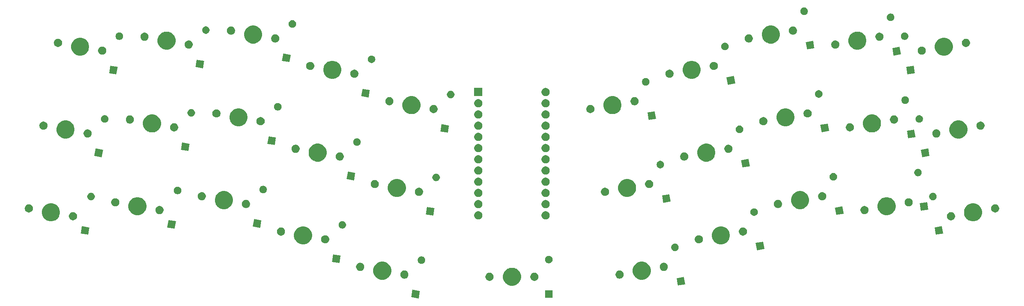
<source format=gbr>
G04 #@! TF.GenerationSoftware,KiCad,Pcbnew,(5.1.4)-1*
G04 #@! TF.CreationDate,2020-12-12T14:35:36-07:00*
G04 #@! TF.ProjectId,CS30 Ergo,43533330-2045-4726-976f-2e6b69636164,rev?*
G04 #@! TF.SameCoordinates,Original*
G04 #@! TF.FileFunction,Soldermask,Top*
G04 #@! TF.FilePolarity,Negative*
%FSLAX46Y46*%
G04 Gerber Fmt 4.6, Leading zero omitted, Abs format (unit mm)*
G04 Created by KiCad (PCBNEW (5.1.4)-1) date 2020-12-12 14:35:36*
%MOMM*%
%LPD*%
G04 APERTURE LIST*
%ADD10C,0.150000*%
G04 APERTURE END LIST*
D10*
G36*
X122016232Y-119215661D02*
G01*
X121720683Y-120891804D01*
X120044540Y-120596255D01*
X120340089Y-118920112D01*
X122016232Y-119215661D01*
X122016232Y-119215661D01*
G37*
G36*
X152061010Y-120742110D02*
G01*
X150359010Y-120742110D01*
X150359010Y-119040110D01*
X152061010Y-119040110D01*
X152061010Y-120742110D01*
X152061010Y-120742110D01*
G37*
G36*
X143472074Y-114024794D02*
G01*
X143690074Y-114115093D01*
X143844223Y-114178943D01*
X144179148Y-114402733D01*
X144463977Y-114687562D01*
X144687767Y-115022487D01*
X144720162Y-115100696D01*
X144841916Y-115394636D01*
X144920500Y-115789704D01*
X144920500Y-116192516D01*
X144841916Y-116587584D01*
X144791051Y-116710382D01*
X144687767Y-116959733D01*
X144463977Y-117294658D01*
X144179148Y-117579487D01*
X143844223Y-117803277D01*
X143690074Y-117867127D01*
X143472074Y-117957426D01*
X143077006Y-118036010D01*
X142674194Y-118036010D01*
X142279126Y-117957426D01*
X142061126Y-117867127D01*
X141906977Y-117803277D01*
X141572052Y-117579487D01*
X141287223Y-117294658D01*
X141063433Y-116959733D01*
X140960149Y-116710382D01*
X140909284Y-116587584D01*
X140830700Y-116192516D01*
X140830700Y-115789704D01*
X140909284Y-115394636D01*
X141031038Y-115100696D01*
X141063433Y-115022487D01*
X141287223Y-114687562D01*
X141572052Y-114402733D01*
X141906977Y-114178943D01*
X142061126Y-114115093D01*
X142279126Y-114024794D01*
X142674194Y-113946210D01*
X143077006Y-113946210D01*
X143472074Y-114024794D01*
X143472074Y-114024794D01*
G37*
G36*
X182122245Y-117701745D02*
G01*
X180446102Y-117997294D01*
X180150553Y-116321151D01*
X181826696Y-116025602D01*
X182122245Y-117701745D01*
X182122245Y-117701745D01*
G37*
G36*
X148225704Y-115100695D02*
G01*
X148394226Y-115170499D01*
X148545891Y-115271838D01*
X148674872Y-115400819D01*
X148776211Y-115552484D01*
X148846015Y-115721006D01*
X148881600Y-115899907D01*
X148881600Y-116082313D01*
X148846015Y-116261214D01*
X148776211Y-116429736D01*
X148674872Y-116581401D01*
X148545891Y-116710382D01*
X148394226Y-116811721D01*
X148225704Y-116881525D01*
X148046803Y-116917110D01*
X147864397Y-116917110D01*
X147685496Y-116881525D01*
X147516974Y-116811721D01*
X147365309Y-116710382D01*
X147236328Y-116581401D01*
X147134989Y-116429736D01*
X147065185Y-116261214D01*
X147029600Y-116082313D01*
X147029600Y-115899907D01*
X147065185Y-115721006D01*
X147134989Y-115552484D01*
X147236328Y-115400819D01*
X147365309Y-115271838D01*
X147516974Y-115170499D01*
X147685496Y-115100695D01*
X147864397Y-115065110D01*
X148046803Y-115065110D01*
X148225704Y-115100695D01*
X148225704Y-115100695D01*
G37*
G36*
X138065704Y-115100695D02*
G01*
X138234226Y-115170499D01*
X138385891Y-115271838D01*
X138514872Y-115400819D01*
X138616211Y-115552484D01*
X138686015Y-115721006D01*
X138721600Y-115899907D01*
X138721600Y-116082313D01*
X138686015Y-116261214D01*
X138616211Y-116429736D01*
X138514872Y-116581401D01*
X138385891Y-116710382D01*
X138234226Y-116811721D01*
X138065704Y-116881525D01*
X137886803Y-116917110D01*
X137704397Y-116917110D01*
X137525496Y-116881525D01*
X137356974Y-116811721D01*
X137205309Y-116710382D01*
X137076328Y-116581401D01*
X136974989Y-116429736D01*
X136905185Y-116261214D01*
X136869600Y-116082313D01*
X136869600Y-115899907D01*
X136905185Y-115721006D01*
X136974989Y-115552484D01*
X137076328Y-115400819D01*
X137205309Y-115271838D01*
X137356974Y-115170499D01*
X137525496Y-115100695D01*
X137704397Y-115065110D01*
X137886803Y-115065110D01*
X138065704Y-115100695D01*
X138065704Y-115100695D01*
G37*
G36*
X114096295Y-112651637D02*
G01*
X114314295Y-112741936D01*
X114468444Y-112805786D01*
X114803369Y-113029576D01*
X115088198Y-113314405D01*
X115311988Y-113649330D01*
X115311988Y-113649331D01*
X115466137Y-114021479D01*
X115544721Y-114416547D01*
X115544721Y-114819359D01*
X115466137Y-115214427D01*
X115375838Y-115432427D01*
X115311988Y-115586576D01*
X115088198Y-115921501D01*
X114803369Y-116206330D01*
X114468444Y-116430120D01*
X114314295Y-116493970D01*
X114096295Y-116584269D01*
X113701227Y-116662853D01*
X113298415Y-116662853D01*
X112903347Y-116584269D01*
X112685347Y-116493970D01*
X112531198Y-116430120D01*
X112196273Y-116206330D01*
X111911444Y-115921501D01*
X111687654Y-115586576D01*
X111623804Y-115432427D01*
X111533505Y-115214427D01*
X111454921Y-114819359D01*
X111454921Y-114416547D01*
X111533505Y-114021479D01*
X111687654Y-113649331D01*
X111687654Y-113649330D01*
X111911444Y-113314405D01*
X112196273Y-113029576D01*
X112531198Y-112805786D01*
X112685347Y-112741936D01*
X112903347Y-112651637D01*
X113298415Y-112573053D01*
X113701227Y-112573053D01*
X114096295Y-112651637D01*
X114096295Y-112651637D01*
G37*
G36*
X172847853Y-112651637D02*
G01*
X173065853Y-112741936D01*
X173220002Y-112805786D01*
X173554927Y-113029576D01*
X173839756Y-113314405D01*
X174063546Y-113649330D01*
X174063546Y-113649331D01*
X174217695Y-114021479D01*
X174296279Y-114416547D01*
X174296279Y-114819359D01*
X174217695Y-115214427D01*
X174127396Y-115432427D01*
X174063546Y-115586576D01*
X173839756Y-115921501D01*
X173554927Y-116206330D01*
X173220002Y-116430120D01*
X173065853Y-116493970D01*
X172847853Y-116584269D01*
X172452785Y-116662853D01*
X172049973Y-116662853D01*
X171654905Y-116584269D01*
X171436905Y-116493970D01*
X171282756Y-116430120D01*
X170947831Y-116206330D01*
X170663002Y-115921501D01*
X170439212Y-115586576D01*
X170375362Y-115432427D01*
X170285063Y-115214427D01*
X170206479Y-114819359D01*
X170206479Y-114416547D01*
X170285063Y-114021479D01*
X170439212Y-113649331D01*
X170439212Y-113649330D01*
X170663002Y-113314405D01*
X170947831Y-113029576D01*
X171282756Y-112805786D01*
X171436905Y-112741936D01*
X171654905Y-112651637D01*
X172049973Y-112573053D01*
X172452785Y-112573053D01*
X172847853Y-112651637D01*
X172847853Y-112651637D01*
G37*
G36*
X167518660Y-114609671D02*
G01*
X167687182Y-114679475D01*
X167838847Y-114780814D01*
X167967828Y-114909795D01*
X168069167Y-115061460D01*
X168138971Y-115229982D01*
X168174556Y-115408883D01*
X168174556Y-115591289D01*
X168138971Y-115770190D01*
X168069167Y-115938712D01*
X167967828Y-116090377D01*
X167838847Y-116219358D01*
X167687182Y-116320697D01*
X167518660Y-116390501D01*
X167339759Y-116426086D01*
X167157353Y-116426086D01*
X166978452Y-116390501D01*
X166809930Y-116320697D01*
X166658265Y-116219358D01*
X166529284Y-116090377D01*
X166427945Y-115938712D01*
X166358141Y-115770190D01*
X166322556Y-115591289D01*
X166322556Y-115408883D01*
X166358141Y-115229982D01*
X166427945Y-115061460D01*
X166529284Y-114909795D01*
X166658265Y-114780814D01*
X166809930Y-114679475D01*
X166978452Y-114609671D01*
X167157353Y-114574086D01*
X167339759Y-114574086D01*
X167518660Y-114609671D01*
X167518660Y-114609671D01*
G37*
G36*
X118772748Y-114609671D02*
G01*
X118941270Y-114679475D01*
X119092935Y-114780814D01*
X119221916Y-114909795D01*
X119323255Y-115061460D01*
X119393059Y-115229982D01*
X119428644Y-115408883D01*
X119428644Y-115591289D01*
X119393059Y-115770190D01*
X119323255Y-115938712D01*
X119221916Y-116090377D01*
X119092935Y-116219358D01*
X118941270Y-116320697D01*
X118772748Y-116390501D01*
X118593847Y-116426086D01*
X118411441Y-116426086D01*
X118232540Y-116390501D01*
X118064018Y-116320697D01*
X117912353Y-116219358D01*
X117783372Y-116090377D01*
X117682033Y-115938712D01*
X117612229Y-115770190D01*
X117576644Y-115591289D01*
X117576644Y-115408883D01*
X117612229Y-115229982D01*
X117682033Y-115061460D01*
X117783372Y-114909795D01*
X117912353Y-114780814D01*
X118064018Y-114679475D01*
X118232540Y-114609671D01*
X118411441Y-114574086D01*
X118593847Y-114574086D01*
X118772748Y-114609671D01*
X118772748Y-114609671D01*
G37*
G36*
X177524306Y-112845405D02*
G01*
X177692828Y-112915209D01*
X177844493Y-113016548D01*
X177973474Y-113145529D01*
X178074813Y-113297194D01*
X178144617Y-113465716D01*
X178180202Y-113644617D01*
X178180202Y-113827023D01*
X178144617Y-114005924D01*
X178074813Y-114174446D01*
X177973474Y-114326111D01*
X177844493Y-114455092D01*
X177692828Y-114556431D01*
X177524306Y-114626235D01*
X177345405Y-114661820D01*
X177162999Y-114661820D01*
X176984098Y-114626235D01*
X176815576Y-114556431D01*
X176663911Y-114455092D01*
X176534930Y-114326111D01*
X176433591Y-114174446D01*
X176363787Y-114005924D01*
X176328202Y-113827023D01*
X176328202Y-113644617D01*
X176363787Y-113465716D01*
X176433591Y-113297194D01*
X176534930Y-113145529D01*
X176663911Y-113016548D01*
X176815576Y-112915209D01*
X176984098Y-112845405D01*
X177162999Y-112809820D01*
X177345405Y-112809820D01*
X177524306Y-112845405D01*
X177524306Y-112845405D01*
G37*
G36*
X108767102Y-112845405D02*
G01*
X108935624Y-112915209D01*
X109087289Y-113016548D01*
X109216270Y-113145529D01*
X109317609Y-113297194D01*
X109387413Y-113465716D01*
X109422998Y-113644617D01*
X109422998Y-113827023D01*
X109387413Y-114005924D01*
X109317609Y-114174446D01*
X109216270Y-114326111D01*
X109087289Y-114455092D01*
X108935624Y-114556431D01*
X108767102Y-114626235D01*
X108588201Y-114661820D01*
X108405795Y-114661820D01*
X108226894Y-114626235D01*
X108058372Y-114556431D01*
X107906707Y-114455092D01*
X107777726Y-114326111D01*
X107676387Y-114174446D01*
X107606583Y-114005924D01*
X107570998Y-113827023D01*
X107570998Y-113644617D01*
X107606583Y-113465716D01*
X107676387Y-113297194D01*
X107777726Y-113145529D01*
X107906707Y-113016548D01*
X108058372Y-112915209D01*
X108226894Y-112845405D01*
X108405795Y-112809820D01*
X108588201Y-112809820D01*
X108767102Y-112845405D01*
X108767102Y-112845405D01*
G37*
G36*
X122633070Y-111406161D02*
G01*
X122787942Y-111470311D01*
X122927323Y-111563443D01*
X123045857Y-111681977D01*
X123138989Y-111821358D01*
X123203139Y-111976230D01*
X123235842Y-112140642D01*
X123235842Y-112308274D01*
X123203139Y-112472686D01*
X123138989Y-112627558D01*
X123045857Y-112766939D01*
X122927323Y-112885473D01*
X122787942Y-112978605D01*
X122633070Y-113042755D01*
X122468658Y-113075458D01*
X122301026Y-113075458D01*
X122136614Y-113042755D01*
X121981742Y-112978605D01*
X121842361Y-112885473D01*
X121723827Y-112766939D01*
X121630695Y-112627558D01*
X121566545Y-112472686D01*
X121533842Y-112308274D01*
X121533842Y-112140642D01*
X121566545Y-111976230D01*
X121630695Y-111821358D01*
X121723827Y-111681977D01*
X121842361Y-111563443D01*
X121981742Y-111470311D01*
X122136614Y-111406161D01*
X122301026Y-111373458D01*
X122468658Y-111373458D01*
X122633070Y-111406161D01*
X122633070Y-111406161D01*
G37*
G36*
X151458238Y-111272813D02*
G01*
X151613110Y-111336963D01*
X151752491Y-111430095D01*
X151871025Y-111548629D01*
X151964157Y-111688010D01*
X152028307Y-111842882D01*
X152061010Y-112007294D01*
X152061010Y-112174926D01*
X152028307Y-112339338D01*
X151964157Y-112494210D01*
X151871025Y-112633591D01*
X151752491Y-112752125D01*
X151613110Y-112845257D01*
X151458238Y-112909407D01*
X151293826Y-112942110D01*
X151126194Y-112942110D01*
X150961782Y-112909407D01*
X150806910Y-112845257D01*
X150667529Y-112752125D01*
X150548995Y-112633591D01*
X150455863Y-112494210D01*
X150391713Y-112339338D01*
X150359010Y-112174926D01*
X150359010Y-112007294D01*
X150391713Y-111842882D01*
X150455863Y-111688010D01*
X150548995Y-111548629D01*
X150667529Y-111430095D01*
X150806910Y-111336963D01*
X150961782Y-111272813D01*
X151126194Y-111240110D01*
X151293826Y-111240110D01*
X151458238Y-111272813D01*
X151458238Y-111272813D01*
G37*
G36*
X104082567Y-111217483D02*
G01*
X103787018Y-112893626D01*
X102110875Y-112598077D01*
X102406424Y-110921934D01*
X104082567Y-111217483D01*
X104082567Y-111217483D01*
G37*
G36*
X180030171Y-108511651D02*
G01*
X180185043Y-108575801D01*
X180324424Y-108668933D01*
X180442958Y-108787467D01*
X180536090Y-108926848D01*
X180600240Y-109081720D01*
X180632943Y-109246132D01*
X180632943Y-109413764D01*
X180600240Y-109578176D01*
X180536090Y-109733048D01*
X180442958Y-109872429D01*
X180324424Y-109990963D01*
X180185043Y-110084095D01*
X180030171Y-110148245D01*
X179865759Y-110180948D01*
X179698127Y-110180948D01*
X179533715Y-110148245D01*
X179378843Y-110084095D01*
X179239462Y-109990963D01*
X179120928Y-109872429D01*
X179027796Y-109733048D01*
X178963646Y-109578176D01*
X178930943Y-109413764D01*
X178930943Y-109246132D01*
X178963646Y-109081720D01*
X179027796Y-108926848D01*
X179120928Y-108787467D01*
X179239462Y-108668933D01*
X179378843Y-108575801D01*
X179533715Y-108511651D01*
X179698127Y-108478948D01*
X179865759Y-108478948D01*
X180030171Y-108511651D01*
X180030171Y-108511651D01*
G37*
G36*
X200055908Y-109703567D02*
G01*
X198379765Y-109999116D01*
X198084216Y-108322973D01*
X199760359Y-108027424D01*
X200055908Y-109703567D01*
X200055908Y-109703567D01*
G37*
G36*
X96162633Y-104653459D02*
G01*
X96380633Y-104743758D01*
X96534782Y-104807608D01*
X96869707Y-105031398D01*
X97154536Y-105316227D01*
X97378326Y-105651152D01*
X97378326Y-105651153D01*
X97532475Y-106023301D01*
X97611059Y-106418369D01*
X97611059Y-106821181D01*
X97532475Y-107216249D01*
X97442176Y-107434249D01*
X97378326Y-107588398D01*
X97154536Y-107923323D01*
X96869707Y-108208152D01*
X96534782Y-108431942D01*
X96421299Y-108478948D01*
X96162633Y-108586091D01*
X95767565Y-108664675D01*
X95364753Y-108664675D01*
X94969685Y-108586091D01*
X94711019Y-108478948D01*
X94597536Y-108431942D01*
X94262611Y-108208152D01*
X93977782Y-107923323D01*
X93753992Y-107588398D01*
X93690142Y-107434249D01*
X93599843Y-107216249D01*
X93521259Y-106821181D01*
X93521259Y-106418369D01*
X93599843Y-106023301D01*
X93753992Y-105651153D01*
X93753992Y-105651152D01*
X93977782Y-105316227D01*
X94262611Y-105031398D01*
X94597536Y-104807608D01*
X94751685Y-104743758D01*
X94969685Y-104653459D01*
X95364753Y-104574875D01*
X95767565Y-104574875D01*
X96162633Y-104653459D01*
X96162633Y-104653459D01*
G37*
G36*
X190781517Y-104653459D02*
G01*
X190999517Y-104743758D01*
X191153666Y-104807608D01*
X191488591Y-105031398D01*
X191773420Y-105316227D01*
X191997210Y-105651152D01*
X191997210Y-105651153D01*
X192151359Y-106023301D01*
X192229943Y-106418369D01*
X192229943Y-106821181D01*
X192151359Y-107216249D01*
X192061060Y-107434249D01*
X191997210Y-107588398D01*
X191773420Y-107923323D01*
X191488591Y-108208152D01*
X191153666Y-108431942D01*
X191040183Y-108478948D01*
X190781517Y-108586091D01*
X190386449Y-108664675D01*
X189983637Y-108664675D01*
X189588569Y-108586091D01*
X189329903Y-108478948D01*
X189216420Y-108431942D01*
X188881495Y-108208152D01*
X188596666Y-107923323D01*
X188372876Y-107588398D01*
X188309026Y-107434249D01*
X188218727Y-107216249D01*
X188140143Y-106821181D01*
X188140143Y-106418369D01*
X188218727Y-106023301D01*
X188372876Y-105651153D01*
X188372876Y-105651152D01*
X188596666Y-105316227D01*
X188881495Y-105031398D01*
X189216420Y-104807608D01*
X189370569Y-104743758D01*
X189588569Y-104653459D01*
X189983637Y-104574875D01*
X190386449Y-104574875D01*
X190781517Y-104653459D01*
X190781517Y-104653459D01*
G37*
G36*
X100839086Y-106611493D02*
G01*
X101007608Y-106681297D01*
X101159273Y-106782636D01*
X101288254Y-106911617D01*
X101389593Y-107063282D01*
X101459397Y-107231804D01*
X101494982Y-107410705D01*
X101494982Y-107593111D01*
X101459397Y-107772012D01*
X101389593Y-107940534D01*
X101288254Y-108092199D01*
X101159273Y-108221180D01*
X101007608Y-108322519D01*
X100839086Y-108392323D01*
X100660185Y-108427908D01*
X100477779Y-108427908D01*
X100298878Y-108392323D01*
X100130356Y-108322519D01*
X99978691Y-108221180D01*
X99849710Y-108092199D01*
X99748371Y-107940534D01*
X99678567Y-107772012D01*
X99642982Y-107593111D01*
X99642982Y-107410705D01*
X99678567Y-107231804D01*
X99748371Y-107063282D01*
X99849710Y-106911617D01*
X99978691Y-106782636D01*
X100130356Y-106681297D01*
X100298878Y-106611493D01*
X100477779Y-106575908D01*
X100660185Y-106575908D01*
X100839086Y-106611493D01*
X100839086Y-106611493D01*
G37*
G36*
X185452324Y-106611493D02*
G01*
X185620846Y-106681297D01*
X185772511Y-106782636D01*
X185901492Y-106911617D01*
X186002831Y-107063282D01*
X186072635Y-107231804D01*
X186108220Y-107410705D01*
X186108220Y-107593111D01*
X186072635Y-107772012D01*
X186002831Y-107940534D01*
X185901492Y-108092199D01*
X185772511Y-108221180D01*
X185620846Y-108322519D01*
X185452324Y-108392323D01*
X185273423Y-108427908D01*
X185091017Y-108427908D01*
X184912116Y-108392323D01*
X184743594Y-108322519D01*
X184591929Y-108221180D01*
X184462948Y-108092199D01*
X184361609Y-107940534D01*
X184291805Y-107772012D01*
X184256220Y-107593111D01*
X184256220Y-107410705D01*
X184291805Y-107231804D01*
X184361609Y-107063282D01*
X184462948Y-106911617D01*
X184591929Y-106782636D01*
X184743594Y-106681297D01*
X184912116Y-106611493D01*
X185091017Y-106575908D01*
X185273423Y-106575908D01*
X185452324Y-106611493D01*
X185452324Y-106611493D01*
G37*
G36*
X90833440Y-104847227D02*
G01*
X91001962Y-104917031D01*
X91153627Y-105018370D01*
X91282608Y-105147351D01*
X91383947Y-105299016D01*
X91453751Y-105467538D01*
X91489336Y-105646439D01*
X91489336Y-105828845D01*
X91453751Y-106007746D01*
X91383947Y-106176268D01*
X91282608Y-106327933D01*
X91153627Y-106456914D01*
X91001962Y-106558253D01*
X90833440Y-106628057D01*
X90654539Y-106663642D01*
X90472133Y-106663642D01*
X90293232Y-106628057D01*
X90124710Y-106558253D01*
X89973045Y-106456914D01*
X89844064Y-106327933D01*
X89742725Y-106176268D01*
X89672921Y-106007746D01*
X89637336Y-105828845D01*
X89637336Y-105646439D01*
X89672921Y-105467538D01*
X89742725Y-105299016D01*
X89844064Y-105147351D01*
X89973045Y-105018370D01*
X90124710Y-104917031D01*
X90293232Y-104847227D01*
X90472133Y-104811642D01*
X90654539Y-104811642D01*
X90833440Y-104847227D01*
X90833440Y-104847227D01*
G37*
G36*
X195457970Y-104847227D02*
G01*
X195626492Y-104917031D01*
X195778157Y-105018370D01*
X195907138Y-105147351D01*
X196008477Y-105299016D01*
X196078281Y-105467538D01*
X196113866Y-105646439D01*
X196113866Y-105828845D01*
X196078281Y-106007746D01*
X196008477Y-106176268D01*
X195907138Y-106327933D01*
X195778157Y-106456914D01*
X195626492Y-106558253D01*
X195457970Y-106628057D01*
X195279069Y-106663642D01*
X195096663Y-106663642D01*
X194917762Y-106628057D01*
X194749240Y-106558253D01*
X194597575Y-106456914D01*
X194468594Y-106327933D01*
X194367255Y-106176268D01*
X194297451Y-106007746D01*
X194261866Y-105828845D01*
X194261866Y-105646439D01*
X194297451Y-105467538D01*
X194367255Y-105299016D01*
X194468594Y-105147351D01*
X194597575Y-105018370D01*
X194749240Y-104917031D01*
X194917762Y-104847227D01*
X195096663Y-104811642D01*
X195279069Y-104811642D01*
X195457970Y-104847227D01*
X195457970Y-104847227D01*
G37*
G36*
X47180315Y-104811073D02*
G01*
X46884766Y-106487216D01*
X45208623Y-106191667D01*
X45504172Y-104515524D01*
X47180315Y-104811073D01*
X47180315Y-104811073D01*
G37*
G36*
X240542577Y-106191667D02*
G01*
X238866434Y-106487216D01*
X238570885Y-104811073D01*
X240247028Y-104515524D01*
X240542577Y-106191667D01*
X240542577Y-106191667D01*
G37*
G36*
X66767985Y-103428918D02*
G01*
X66472436Y-105105061D01*
X64796293Y-104809512D01*
X65091842Y-103133369D01*
X66767985Y-103428918D01*
X66767985Y-103428918D01*
G37*
G36*
X104699405Y-103407983D02*
G01*
X104854277Y-103472133D01*
X104993658Y-103565265D01*
X105112192Y-103683799D01*
X105205324Y-103823180D01*
X105269474Y-103978052D01*
X105302177Y-104142464D01*
X105302177Y-104310096D01*
X105269474Y-104474508D01*
X105205324Y-104629380D01*
X105112192Y-104768761D01*
X104993658Y-104887295D01*
X104854277Y-104980427D01*
X104699405Y-105044577D01*
X104534993Y-105077280D01*
X104367361Y-105077280D01*
X104202949Y-105044577D01*
X104048077Y-104980427D01*
X103908696Y-104887295D01*
X103790162Y-104768761D01*
X103697030Y-104629380D01*
X103632880Y-104474508D01*
X103600177Y-104310096D01*
X103600177Y-104142464D01*
X103632880Y-103978052D01*
X103697030Y-103823180D01*
X103790162Y-103683799D01*
X103908696Y-103565265D01*
X104048077Y-103472133D01*
X104202949Y-103407983D01*
X104367361Y-103375280D01*
X104534993Y-103375280D01*
X104699405Y-103407983D01*
X104699405Y-103407983D01*
G37*
G36*
X86148903Y-103219305D02*
G01*
X85853354Y-104895448D01*
X84177211Y-104599899D01*
X84472760Y-102923756D01*
X86148903Y-103219305D01*
X86148903Y-103219305D01*
G37*
G36*
X39053629Y-99419590D02*
G01*
X39271629Y-99509889D01*
X39425778Y-99573739D01*
X39760703Y-99797529D01*
X40045532Y-100082358D01*
X40269322Y-100417283D01*
X40295619Y-100480770D01*
X40423471Y-100789432D01*
X40502055Y-101184500D01*
X40502055Y-101587312D01*
X40423471Y-101982380D01*
X40340467Y-102182770D01*
X40269322Y-102354529D01*
X40045532Y-102689454D01*
X39760703Y-102974283D01*
X39425778Y-103198073D01*
X39374519Y-103219305D01*
X39053629Y-103352222D01*
X38658561Y-103430806D01*
X38255749Y-103430806D01*
X37860681Y-103352222D01*
X37539791Y-103219305D01*
X37488532Y-103198073D01*
X37153607Y-102974283D01*
X36868778Y-102689454D01*
X36644988Y-102354529D01*
X36573843Y-102182770D01*
X36490839Y-101982380D01*
X36412255Y-101587312D01*
X36412255Y-101184500D01*
X36490839Y-100789432D01*
X36618691Y-100480770D01*
X36644988Y-100417283D01*
X36868778Y-100082358D01*
X37153607Y-99797529D01*
X37488532Y-99573739D01*
X37642681Y-99509889D01*
X37860681Y-99419590D01*
X38255749Y-99341006D01*
X38658561Y-99341006D01*
X39053629Y-99419590D01*
X39053629Y-99419590D01*
G37*
G36*
X247890519Y-99419590D02*
G01*
X248108519Y-99509889D01*
X248262668Y-99573739D01*
X248597593Y-99797529D01*
X248882422Y-100082358D01*
X249106212Y-100417283D01*
X249132509Y-100480770D01*
X249260361Y-100789432D01*
X249338945Y-101184500D01*
X249338945Y-101587312D01*
X249260361Y-101982380D01*
X249177357Y-102182770D01*
X249106212Y-102354529D01*
X248882422Y-102689454D01*
X248597593Y-102974283D01*
X248262668Y-103198073D01*
X248211409Y-103219305D01*
X247890519Y-103352222D01*
X247495451Y-103430806D01*
X247092639Y-103430806D01*
X246697571Y-103352222D01*
X246376681Y-103219305D01*
X246325422Y-103198073D01*
X245990497Y-102974283D01*
X245705668Y-102689454D01*
X245481878Y-102354529D01*
X245410733Y-102182770D01*
X245327729Y-101982380D01*
X245249145Y-101587312D01*
X245249145Y-101184500D01*
X245327729Y-100789432D01*
X245455581Y-100480770D01*
X245481878Y-100417283D01*
X245705668Y-100082358D01*
X245990497Y-99797529D01*
X246325422Y-99573739D01*
X246479571Y-99509889D01*
X246697571Y-99419590D01*
X247092639Y-99341006D01*
X247495451Y-99341006D01*
X247890519Y-99419590D01*
X247890519Y-99419590D01*
G37*
G36*
X242561326Y-101377624D02*
G01*
X242729848Y-101447428D01*
X242881513Y-101548767D01*
X243010494Y-101677748D01*
X243111833Y-101829413D01*
X243181637Y-101997935D01*
X243217222Y-102176836D01*
X243217222Y-102359242D01*
X243181637Y-102538143D01*
X243111833Y-102706665D01*
X243010494Y-102858330D01*
X242881513Y-102987311D01*
X242729848Y-103088650D01*
X242561326Y-103158454D01*
X242382425Y-103194039D01*
X242200019Y-103194039D01*
X242021118Y-103158454D01*
X241852596Y-103088650D01*
X241700931Y-102987311D01*
X241571950Y-102858330D01*
X241470611Y-102706665D01*
X241400807Y-102538143D01*
X241365222Y-102359242D01*
X241365222Y-102176836D01*
X241400807Y-101997935D01*
X241470611Y-101829413D01*
X241571950Y-101677748D01*
X241700931Y-101548767D01*
X241852596Y-101447428D01*
X242021118Y-101377624D01*
X242200019Y-101342039D01*
X242382425Y-101342039D01*
X242561326Y-101377624D01*
X242561326Y-101377624D01*
G37*
G36*
X43730082Y-101377624D02*
G01*
X43898604Y-101447428D01*
X44050269Y-101548767D01*
X44179250Y-101677748D01*
X44280589Y-101829413D01*
X44350393Y-101997935D01*
X44385978Y-102176836D01*
X44385978Y-102359242D01*
X44350393Y-102538143D01*
X44280589Y-102706665D01*
X44179250Y-102858330D01*
X44050269Y-102987311D01*
X43898604Y-103088650D01*
X43730082Y-103158454D01*
X43551181Y-103194039D01*
X43368775Y-103194039D01*
X43189874Y-103158454D01*
X43021352Y-103088650D01*
X42869687Y-102987311D01*
X42740706Y-102858330D01*
X42639367Y-102706665D01*
X42569563Y-102538143D01*
X42533978Y-102359242D01*
X42533978Y-102176836D01*
X42569563Y-101997935D01*
X42639367Y-101829413D01*
X42740706Y-101677748D01*
X42869687Y-101548767D01*
X43021352Y-101447428D01*
X43189874Y-101377624D01*
X43368775Y-101342039D01*
X43551181Y-101342039D01*
X43730082Y-101377624D01*
X43730082Y-101377624D01*
G37*
G36*
X150766083Y-101184955D02*
G01*
X150934840Y-101254856D01*
X151086718Y-101356338D01*
X151215882Y-101485502D01*
X151317364Y-101637380D01*
X151387265Y-101806137D01*
X151422900Y-101985288D01*
X151422900Y-102167952D01*
X151387265Y-102347103D01*
X151317364Y-102515860D01*
X151215882Y-102667738D01*
X151086718Y-102796902D01*
X150934840Y-102898384D01*
X150766083Y-102968285D01*
X150586932Y-103003920D01*
X150404268Y-103003920D01*
X150225117Y-102968285D01*
X150056360Y-102898384D01*
X149904482Y-102796902D01*
X149775318Y-102667738D01*
X149673836Y-102515860D01*
X149603935Y-102347103D01*
X149568300Y-102167952D01*
X149568300Y-101985288D01*
X149603935Y-101806137D01*
X149673836Y-101637380D01*
X149775318Y-101485502D01*
X149904482Y-101356338D01*
X150056360Y-101254856D01*
X150225117Y-101184955D01*
X150404268Y-101149320D01*
X150586932Y-101149320D01*
X150766083Y-101184955D01*
X150766083Y-101184955D01*
G37*
G36*
X135526083Y-101184955D02*
G01*
X135694840Y-101254856D01*
X135846718Y-101356338D01*
X135975882Y-101485502D01*
X136077364Y-101637380D01*
X136147265Y-101806137D01*
X136182900Y-101985288D01*
X136182900Y-102167952D01*
X136147265Y-102347103D01*
X136077364Y-102515860D01*
X135975882Y-102667738D01*
X135846718Y-102796902D01*
X135694840Y-102898384D01*
X135526083Y-102968285D01*
X135346932Y-103003920D01*
X135164268Y-103003920D01*
X134985117Y-102968285D01*
X134816360Y-102898384D01*
X134664482Y-102796902D01*
X134535318Y-102667738D01*
X134433836Y-102515860D01*
X134363935Y-102347103D01*
X134328300Y-102167952D01*
X134328300Y-101985288D01*
X134363935Y-101806137D01*
X134433836Y-101637380D01*
X134535318Y-101485502D01*
X134664482Y-101356338D01*
X134816360Y-101254856D01*
X134985117Y-101184955D01*
X135164268Y-101149320D01*
X135346932Y-101149320D01*
X135526083Y-101184955D01*
X135526083Y-101184955D01*
G37*
G36*
X197963834Y-100513473D02*
G01*
X198118706Y-100577623D01*
X198258087Y-100670755D01*
X198376621Y-100789289D01*
X198469753Y-100928670D01*
X198533903Y-101083542D01*
X198566606Y-101247954D01*
X198566606Y-101415586D01*
X198533903Y-101579998D01*
X198469753Y-101734870D01*
X198376621Y-101874251D01*
X198258087Y-101992785D01*
X198118706Y-102085917D01*
X197963834Y-102150067D01*
X197799422Y-102182770D01*
X197631790Y-102182770D01*
X197467378Y-102150067D01*
X197312506Y-102085917D01*
X197173125Y-101992785D01*
X197054591Y-101874251D01*
X196961459Y-101734870D01*
X196897309Y-101579998D01*
X196864606Y-101415586D01*
X196864606Y-101247954D01*
X196897309Y-101083542D01*
X196961459Y-100928670D01*
X197054591Y-100789289D01*
X197173125Y-100670755D01*
X197312506Y-100577623D01*
X197467378Y-100513473D01*
X197631790Y-100480770D01*
X197799422Y-100480770D01*
X197963834Y-100513473D01*
X197963834Y-100513473D01*
G37*
G36*
X125324242Y-100454995D02*
G01*
X125028693Y-102131138D01*
X123352550Y-101835589D01*
X123648099Y-100159446D01*
X125324242Y-100454995D01*
X125324242Y-100454995D01*
G37*
G36*
X228302849Y-98037435D02*
G01*
X228520849Y-98127734D01*
X228674998Y-98191584D01*
X229009923Y-98415374D01*
X229294752Y-98700203D01*
X229518542Y-99035128D01*
X229530958Y-99065103D01*
X229672691Y-99407277D01*
X229751275Y-99802345D01*
X229751275Y-100205157D01*
X229672691Y-100600225D01*
X229582392Y-100818225D01*
X229518542Y-100972374D01*
X229294752Y-101307299D01*
X229009923Y-101592128D01*
X228674998Y-101815918D01*
X228534171Y-101874250D01*
X228302849Y-101970067D01*
X227907781Y-102048651D01*
X227504969Y-102048651D01*
X227109901Y-101970067D01*
X226878579Y-101874250D01*
X226737752Y-101815918D01*
X226402827Y-101592128D01*
X226117998Y-101307299D01*
X225894208Y-100972374D01*
X225830358Y-100818225D01*
X225740059Y-100600225D01*
X225661475Y-100205157D01*
X225661475Y-99802345D01*
X225740059Y-99407277D01*
X225881792Y-99065103D01*
X225894208Y-99035128D01*
X226117998Y-98700203D01*
X226402827Y-98415374D01*
X226737752Y-98191584D01*
X226891901Y-98127734D01*
X227109901Y-98037435D01*
X227504969Y-97958851D01*
X227907781Y-97958851D01*
X228302849Y-98037435D01*
X228302849Y-98037435D01*
G37*
G36*
X58641299Y-98037435D02*
G01*
X58859299Y-98127734D01*
X59013448Y-98191584D01*
X59348373Y-98415374D01*
X59633202Y-98700203D01*
X59856992Y-99035128D01*
X59869408Y-99065103D01*
X60011141Y-99407277D01*
X60089725Y-99802345D01*
X60089725Y-100205157D01*
X60011141Y-100600225D01*
X59920842Y-100818225D01*
X59856992Y-100972374D01*
X59633202Y-101307299D01*
X59348373Y-101592128D01*
X59013448Y-101815918D01*
X58872621Y-101874250D01*
X58641299Y-101970067D01*
X58246231Y-102048651D01*
X57843419Y-102048651D01*
X57448351Y-101970067D01*
X57217029Y-101874250D01*
X57076202Y-101815918D01*
X56741277Y-101592128D01*
X56456448Y-101307299D01*
X56232658Y-100972374D01*
X56168808Y-100818225D01*
X56078509Y-100600225D01*
X55999925Y-100205157D01*
X55999925Y-99802345D01*
X56078509Y-99407277D01*
X56220242Y-99065103D01*
X56232658Y-99035128D01*
X56456448Y-98700203D01*
X56741277Y-98415374D01*
X57076202Y-98191584D01*
X57230351Y-98127734D01*
X57448351Y-98037435D01*
X57843419Y-97958851D01*
X58246231Y-97958851D01*
X58641299Y-98037435D01*
X58641299Y-98037435D01*
G37*
G36*
X217989572Y-101705388D02*
G01*
X216313429Y-102000937D01*
X216017880Y-100324794D01*
X217694023Y-100029245D01*
X217989572Y-101705388D01*
X217989572Y-101705388D01*
G37*
G36*
X63317752Y-99995469D02*
G01*
X63486274Y-100065273D01*
X63637939Y-100166612D01*
X63766920Y-100295593D01*
X63868259Y-100447258D01*
X63938063Y-100615780D01*
X63973648Y-100794681D01*
X63973648Y-100977087D01*
X63938063Y-101155988D01*
X63868259Y-101324510D01*
X63766920Y-101476175D01*
X63637939Y-101605156D01*
X63486274Y-101706495D01*
X63317752Y-101776299D01*
X63138851Y-101811884D01*
X62956445Y-101811884D01*
X62777544Y-101776299D01*
X62609022Y-101706495D01*
X62457357Y-101605156D01*
X62328376Y-101476175D01*
X62227037Y-101324510D01*
X62157233Y-101155988D01*
X62121648Y-100977087D01*
X62121648Y-100794681D01*
X62157233Y-100615780D01*
X62227037Y-100447258D01*
X62328376Y-100295593D01*
X62457357Y-100166612D01*
X62609022Y-100065273D01*
X62777544Y-99995469D01*
X62956445Y-99959884D01*
X63138851Y-99959884D01*
X63317752Y-99995469D01*
X63317752Y-99995469D01*
G37*
G36*
X222973656Y-99995469D02*
G01*
X223142178Y-100065273D01*
X223293843Y-100166612D01*
X223422824Y-100295593D01*
X223524163Y-100447258D01*
X223593967Y-100615780D01*
X223629552Y-100794681D01*
X223629552Y-100977087D01*
X223593967Y-101155988D01*
X223524163Y-101324510D01*
X223422824Y-101476175D01*
X223293843Y-101605156D01*
X223142178Y-101706495D01*
X222973656Y-101776299D01*
X222794755Y-101811884D01*
X222612349Y-101811884D01*
X222433448Y-101776299D01*
X222264926Y-101706495D01*
X222113261Y-101605156D01*
X221984280Y-101476175D01*
X221882941Y-101324510D01*
X221813137Y-101155988D01*
X221777552Y-100977087D01*
X221777552Y-100794681D01*
X221813137Y-100615780D01*
X221882941Y-100447258D01*
X221984280Y-100295593D01*
X222113261Y-100166612D01*
X222264926Y-100065273D01*
X222433448Y-99995469D01*
X222612349Y-99959884D01*
X222794755Y-99959884D01*
X222973656Y-99995469D01*
X222973656Y-99995469D01*
G37*
G36*
X33724436Y-99613358D02*
G01*
X33892958Y-99683162D01*
X34044623Y-99784501D01*
X34173604Y-99913482D01*
X34274943Y-100065147D01*
X34344747Y-100233669D01*
X34380332Y-100412570D01*
X34380332Y-100594976D01*
X34344747Y-100773877D01*
X34274943Y-100942399D01*
X34173604Y-101094064D01*
X34044623Y-101223045D01*
X33892958Y-101324384D01*
X33724436Y-101394188D01*
X33545535Y-101429773D01*
X33363129Y-101429773D01*
X33184228Y-101394188D01*
X33015706Y-101324384D01*
X32864041Y-101223045D01*
X32735060Y-101094064D01*
X32633721Y-100942399D01*
X32563917Y-100773877D01*
X32528332Y-100594976D01*
X32528332Y-100412570D01*
X32563917Y-100233669D01*
X32633721Y-100065147D01*
X32735060Y-99913482D01*
X32864041Y-99784501D01*
X33015706Y-99683162D01*
X33184228Y-99613358D01*
X33363129Y-99577773D01*
X33545535Y-99577773D01*
X33724436Y-99613358D01*
X33724436Y-99613358D01*
G37*
G36*
X252566972Y-99613358D02*
G01*
X252735494Y-99683162D01*
X252887159Y-99784501D01*
X253016140Y-99913482D01*
X253117479Y-100065147D01*
X253187283Y-100233669D01*
X253222868Y-100412570D01*
X253222868Y-100594976D01*
X253187283Y-100773877D01*
X253117479Y-100942399D01*
X253016140Y-101094064D01*
X252887159Y-101223045D01*
X252735494Y-101324384D01*
X252566972Y-101394188D01*
X252388071Y-101429773D01*
X252205665Y-101429773D01*
X252026764Y-101394188D01*
X251858242Y-101324384D01*
X251706577Y-101223045D01*
X251577596Y-101094064D01*
X251476257Y-100942399D01*
X251406453Y-100773877D01*
X251370868Y-100594976D01*
X251370868Y-100412570D01*
X251406453Y-100233669D01*
X251476257Y-100065147D01*
X251577596Y-99913482D01*
X251706577Y-99784501D01*
X251858242Y-99683162D01*
X252026764Y-99613358D01*
X252205665Y-99577773D01*
X252388071Y-99577773D01*
X252566972Y-99613358D01*
X252566972Y-99613358D01*
G37*
G36*
X237163740Y-100742460D02*
G01*
X235487597Y-101038009D01*
X235192048Y-99361866D01*
X236868191Y-99066317D01*
X237163740Y-100742460D01*
X237163740Y-100742460D01*
G37*
G36*
X208715180Y-96655280D02*
G01*
X208933180Y-96745579D01*
X209087329Y-96809429D01*
X209422254Y-97033219D01*
X209707083Y-97318048D01*
X209930873Y-97652973D01*
X209994723Y-97807122D01*
X210085022Y-98025122D01*
X210163606Y-98420190D01*
X210163606Y-98823002D01*
X210085022Y-99218070D01*
X210001550Y-99419590D01*
X209930873Y-99590219D01*
X209707083Y-99925144D01*
X209422254Y-100209973D01*
X209087329Y-100433763D01*
X208933180Y-100497613D01*
X208715180Y-100587912D01*
X208320112Y-100666496D01*
X207917300Y-100666496D01*
X207522232Y-100587912D01*
X207304232Y-100497613D01*
X207150083Y-100433763D01*
X206815158Y-100209973D01*
X206530329Y-99925144D01*
X206306539Y-99590219D01*
X206235862Y-99419590D01*
X206152390Y-99218070D01*
X206073806Y-98823002D01*
X206073806Y-98420190D01*
X206152390Y-98025122D01*
X206242689Y-97807122D01*
X206306539Y-97652973D01*
X206530329Y-97318048D01*
X206815158Y-97033219D01*
X207150083Y-96809429D01*
X207304232Y-96745579D01*
X207522232Y-96655280D01*
X207917300Y-96576696D01*
X208320112Y-96576696D01*
X208715180Y-96655280D01*
X208715180Y-96655280D01*
G37*
G36*
X78228968Y-96655279D02*
G01*
X78400034Y-96726137D01*
X78601117Y-96809428D01*
X78936042Y-97033218D01*
X79220871Y-97318047D01*
X79444661Y-97652972D01*
X79479075Y-97736055D01*
X79598810Y-98025121D01*
X79677394Y-98420189D01*
X79677394Y-98823001D01*
X79598810Y-99218069D01*
X79518263Y-99412526D01*
X79444661Y-99590218D01*
X79220871Y-99925143D01*
X78936042Y-100209972D01*
X78601117Y-100433762D01*
X78487629Y-100480770D01*
X78228968Y-100587911D01*
X77833900Y-100666495D01*
X77431088Y-100666495D01*
X77036020Y-100587911D01*
X76777359Y-100480770D01*
X76663871Y-100433762D01*
X76328946Y-100209972D01*
X76044117Y-99925143D01*
X75820327Y-99590218D01*
X75746725Y-99412526D01*
X75666178Y-99218069D01*
X75587594Y-98823001D01*
X75587594Y-98420189D01*
X75666178Y-98025121D01*
X75785913Y-97736055D01*
X75820327Y-97652972D01*
X76044117Y-97318047D01*
X76328946Y-97033218D01*
X76663871Y-96809428D01*
X76864954Y-96726137D01*
X77036020Y-96655279D01*
X77431088Y-96576695D01*
X77833900Y-96576695D01*
X78228968Y-96655279D01*
X78228968Y-96655279D01*
G37*
G36*
X150766083Y-98644955D02*
G01*
X150934840Y-98714856D01*
X151086718Y-98816338D01*
X151215882Y-98945502D01*
X151317364Y-99097380D01*
X151387265Y-99266137D01*
X151422900Y-99445288D01*
X151422900Y-99627952D01*
X151387265Y-99807103D01*
X151317364Y-99975860D01*
X151215882Y-100127738D01*
X151086718Y-100256902D01*
X150934840Y-100358384D01*
X150766083Y-100428285D01*
X150586932Y-100463920D01*
X150404268Y-100463920D01*
X150225117Y-100428285D01*
X150056360Y-100358384D01*
X149904482Y-100256902D01*
X149775318Y-100127738D01*
X149673836Y-99975860D01*
X149603935Y-99807103D01*
X149568300Y-99627952D01*
X149568300Y-99445288D01*
X149603935Y-99266137D01*
X149673836Y-99097380D01*
X149775318Y-98945502D01*
X149904482Y-98816338D01*
X150056360Y-98714856D01*
X150225117Y-98644955D01*
X150404268Y-98609320D01*
X150586932Y-98609320D01*
X150766083Y-98644955D01*
X150766083Y-98644955D01*
G37*
G36*
X135526083Y-98644955D02*
G01*
X135694840Y-98714856D01*
X135846718Y-98816338D01*
X135975882Y-98945502D01*
X136077364Y-99097380D01*
X136147265Y-99266137D01*
X136182900Y-99445288D01*
X136182900Y-99627952D01*
X136147265Y-99807103D01*
X136077364Y-99975860D01*
X135975882Y-100127738D01*
X135846718Y-100256902D01*
X135694840Y-100358384D01*
X135526083Y-100428285D01*
X135346932Y-100463920D01*
X135164268Y-100463920D01*
X134985117Y-100428285D01*
X134816360Y-100358384D01*
X134664482Y-100256902D01*
X134535318Y-100127738D01*
X134433836Y-99975860D01*
X134363935Y-99807103D01*
X134328300Y-99627952D01*
X134328300Y-99445288D01*
X134363935Y-99266137D01*
X134433836Y-99097380D01*
X134535318Y-98945502D01*
X134664482Y-98816338D01*
X134816360Y-98714856D01*
X134985117Y-98644955D01*
X135164268Y-98609320D01*
X135346932Y-98609320D01*
X135526083Y-98644955D01*
X135526083Y-98644955D01*
G37*
G36*
X203385987Y-98613314D02*
G01*
X203554509Y-98683118D01*
X203706174Y-98784457D01*
X203835155Y-98913438D01*
X203936494Y-99065103D01*
X204006298Y-99233625D01*
X204041883Y-99412526D01*
X204041883Y-99594932D01*
X204006298Y-99773833D01*
X203936494Y-99942355D01*
X203835155Y-100094020D01*
X203706174Y-100223001D01*
X203554509Y-100324340D01*
X203385987Y-100394144D01*
X203207086Y-100429729D01*
X203024680Y-100429729D01*
X202845779Y-100394144D01*
X202677257Y-100324340D01*
X202525592Y-100223001D01*
X202396611Y-100094020D01*
X202295272Y-99942355D01*
X202225468Y-99773833D01*
X202189883Y-99594932D01*
X202189883Y-99412526D01*
X202225468Y-99233625D01*
X202295272Y-99065103D01*
X202396611Y-98913438D01*
X202525592Y-98784457D01*
X202677257Y-98683118D01*
X202845779Y-98613314D01*
X203024680Y-98577729D01*
X203207086Y-98577729D01*
X203385987Y-98613314D01*
X203385987Y-98613314D01*
G37*
G36*
X82905421Y-98613313D02*
G01*
X83073943Y-98683117D01*
X83225608Y-98784456D01*
X83354589Y-98913437D01*
X83455928Y-99065102D01*
X83525732Y-99233624D01*
X83561317Y-99412525D01*
X83561317Y-99594931D01*
X83525732Y-99773832D01*
X83455928Y-99942354D01*
X83354589Y-100094019D01*
X83225608Y-100223000D01*
X83073943Y-100324339D01*
X82905421Y-100394143D01*
X82726520Y-100429728D01*
X82544114Y-100429728D01*
X82365213Y-100394143D01*
X82196691Y-100324339D01*
X82045026Y-100223000D01*
X81916045Y-100094019D01*
X81814706Y-99942354D01*
X81744902Y-99773832D01*
X81709317Y-99594931D01*
X81709317Y-99412525D01*
X81744902Y-99233624D01*
X81814706Y-99065102D01*
X81916045Y-98913437D01*
X82045026Y-98784456D01*
X82196691Y-98683117D01*
X82365213Y-98613313D01*
X82544114Y-98577728D01*
X82726520Y-98577728D01*
X82905421Y-98613313D01*
X82905421Y-98613313D01*
G37*
G36*
X232979302Y-98231203D02*
G01*
X233147824Y-98301007D01*
X233299489Y-98402346D01*
X233428470Y-98531327D01*
X233529809Y-98682992D01*
X233599613Y-98851514D01*
X233635198Y-99030415D01*
X233635198Y-99212821D01*
X233599613Y-99391722D01*
X233529809Y-99560244D01*
X233428470Y-99711909D01*
X233299489Y-99840890D01*
X233147824Y-99942229D01*
X232979302Y-100012033D01*
X232800401Y-100047618D01*
X232617995Y-100047618D01*
X232439094Y-100012033D01*
X232270572Y-99942229D01*
X232118907Y-99840890D01*
X231989926Y-99711909D01*
X231888587Y-99560244D01*
X231818783Y-99391722D01*
X231783198Y-99212821D01*
X231783198Y-99030415D01*
X231818783Y-98851514D01*
X231888587Y-98682992D01*
X231989926Y-98531327D01*
X232118907Y-98402346D01*
X232270572Y-98301007D01*
X232439094Y-98231203D01*
X232617995Y-98195618D01*
X232800401Y-98195618D01*
X232979302Y-98231203D01*
X232979302Y-98231203D01*
G37*
G36*
X53312106Y-98231203D02*
G01*
X53480628Y-98301007D01*
X53632293Y-98402346D01*
X53761274Y-98531327D01*
X53862613Y-98682992D01*
X53932417Y-98851514D01*
X53968002Y-99030415D01*
X53968002Y-99212821D01*
X53932417Y-99391722D01*
X53862613Y-99560244D01*
X53761274Y-99711909D01*
X53632293Y-99840890D01*
X53480628Y-99942229D01*
X53312106Y-100012033D01*
X53133205Y-100047618D01*
X52950799Y-100047618D01*
X52771898Y-100012033D01*
X52603376Y-99942229D01*
X52451711Y-99840890D01*
X52322730Y-99711909D01*
X52221391Y-99560244D01*
X52151587Y-99391722D01*
X52116002Y-99212821D01*
X52116002Y-99030415D01*
X52151587Y-98851514D01*
X52221391Y-98682992D01*
X52322730Y-98531327D01*
X52451711Y-98402346D01*
X52603376Y-98301007D01*
X52771898Y-98231203D01*
X52950799Y-98195618D01*
X53133205Y-98195618D01*
X53312106Y-98231203D01*
X53312106Y-98231203D01*
G37*
G36*
X178814233Y-98941078D02*
G01*
X177138090Y-99236627D01*
X176842541Y-97560484D01*
X178518684Y-97264935D01*
X178814233Y-98941078D01*
X178814233Y-98941078D01*
G37*
G36*
X238450503Y-97001573D02*
G01*
X238605375Y-97065723D01*
X238744756Y-97158855D01*
X238863290Y-97277389D01*
X238956422Y-97416770D01*
X239020572Y-97571642D01*
X239053275Y-97736054D01*
X239053275Y-97903686D01*
X239020572Y-98068098D01*
X238956422Y-98222970D01*
X238863290Y-98362351D01*
X238744756Y-98480885D01*
X238605375Y-98574017D01*
X238450503Y-98638167D01*
X238286091Y-98670870D01*
X238118459Y-98670870D01*
X237954047Y-98638167D01*
X237799175Y-98574017D01*
X237659794Y-98480885D01*
X237541260Y-98362351D01*
X237448128Y-98222970D01*
X237383978Y-98068098D01*
X237351275Y-97903686D01*
X237351275Y-97736054D01*
X237383978Y-97571642D01*
X237448128Y-97416770D01*
X237541260Y-97277389D01*
X237659794Y-97158855D01*
X237799175Y-97065723D01*
X237954047Y-97001573D01*
X238118459Y-96968870D01*
X238286091Y-96968870D01*
X238450503Y-97001573D01*
X238450503Y-97001573D01*
G37*
G36*
X47797153Y-97001573D02*
G01*
X47952025Y-97065723D01*
X48091406Y-97158855D01*
X48209940Y-97277389D01*
X48303072Y-97416770D01*
X48367222Y-97571642D01*
X48399925Y-97736054D01*
X48399925Y-97903686D01*
X48367222Y-98068098D01*
X48303072Y-98222970D01*
X48209940Y-98362351D01*
X48091406Y-98480885D01*
X47952025Y-98574017D01*
X47797153Y-98638167D01*
X47632741Y-98670870D01*
X47465109Y-98670870D01*
X47300697Y-98638167D01*
X47145825Y-98574017D01*
X47006444Y-98480885D01*
X46887910Y-98362351D01*
X46794778Y-98222970D01*
X46730628Y-98068098D01*
X46697925Y-97903686D01*
X46697925Y-97736054D01*
X46730628Y-97571642D01*
X46794778Y-97416770D01*
X46887910Y-97277389D01*
X47006444Y-97158855D01*
X47145825Y-97065723D01*
X47300697Y-97001573D01*
X47465109Y-96968870D01*
X47632741Y-96968870D01*
X47797153Y-97001573D01*
X47797153Y-97001573D01*
G37*
G36*
X213391633Y-96849048D02*
G01*
X213560155Y-96918852D01*
X213711820Y-97020191D01*
X213840801Y-97149172D01*
X213942140Y-97300837D01*
X214011944Y-97469359D01*
X214047529Y-97648260D01*
X214047529Y-97830666D01*
X214011944Y-98009567D01*
X213942140Y-98178089D01*
X213840801Y-98329754D01*
X213711820Y-98458735D01*
X213560155Y-98560074D01*
X213391633Y-98629878D01*
X213212732Y-98665463D01*
X213030326Y-98665463D01*
X212851425Y-98629878D01*
X212682903Y-98560074D01*
X212531238Y-98458735D01*
X212402257Y-98329754D01*
X212300918Y-98178089D01*
X212231114Y-98009567D01*
X212195529Y-97830666D01*
X212195529Y-97648260D01*
X212231114Y-97469359D01*
X212300918Y-97300837D01*
X212402257Y-97149172D01*
X212531238Y-97020191D01*
X212682903Y-96918852D01*
X212851425Y-96849048D01*
X213030326Y-96813463D01*
X213212732Y-96813463D01*
X213391633Y-96849048D01*
X213391633Y-96849048D01*
G37*
G36*
X72899775Y-96849047D02*
G01*
X73068297Y-96918851D01*
X73219962Y-97020190D01*
X73348943Y-97149171D01*
X73450282Y-97300836D01*
X73520086Y-97469358D01*
X73555671Y-97648259D01*
X73555671Y-97830665D01*
X73520086Y-98009566D01*
X73450282Y-98178088D01*
X73348943Y-98329753D01*
X73219962Y-98458734D01*
X73068297Y-98560073D01*
X72899775Y-98629877D01*
X72720874Y-98665462D01*
X72538468Y-98665462D01*
X72359567Y-98629877D01*
X72191045Y-98560073D01*
X72039380Y-98458734D01*
X71910399Y-98329753D01*
X71809060Y-98178088D01*
X71739256Y-98009566D01*
X71703671Y-97830665D01*
X71703671Y-97648259D01*
X71739256Y-97469358D01*
X71809060Y-97300836D01*
X71910399Y-97149171D01*
X72039380Y-97020190D01*
X72191045Y-96918851D01*
X72359567Y-96849047D01*
X72538468Y-96813462D01*
X72720874Y-96813462D01*
X72899775Y-96849047D01*
X72899775Y-96849047D01*
G37*
G36*
X135526083Y-96104955D02*
G01*
X135694840Y-96174856D01*
X135846718Y-96276338D01*
X135975882Y-96405502D01*
X136077364Y-96557380D01*
X136147265Y-96726137D01*
X136182900Y-96905288D01*
X136182900Y-97087952D01*
X136147265Y-97267103D01*
X136077364Y-97435860D01*
X135975882Y-97587738D01*
X135846718Y-97716902D01*
X135694840Y-97818384D01*
X135526083Y-97888285D01*
X135346932Y-97923920D01*
X135164268Y-97923920D01*
X134985117Y-97888285D01*
X134816360Y-97818384D01*
X134664482Y-97716902D01*
X134535318Y-97587738D01*
X134433836Y-97435860D01*
X134363935Y-97267103D01*
X134328300Y-97087952D01*
X134328300Y-96905288D01*
X134363935Y-96726137D01*
X134433836Y-96557380D01*
X134535318Y-96405502D01*
X134664482Y-96276338D01*
X134816360Y-96174856D01*
X134985117Y-96104955D01*
X135164268Y-96069320D01*
X135346932Y-96069320D01*
X135526083Y-96104955D01*
X135526083Y-96104955D01*
G37*
G36*
X150766083Y-96104955D02*
G01*
X150934840Y-96174856D01*
X151086718Y-96276338D01*
X151215882Y-96405502D01*
X151317364Y-96557380D01*
X151387265Y-96726137D01*
X151422900Y-96905288D01*
X151422900Y-97087952D01*
X151387265Y-97267103D01*
X151317364Y-97435860D01*
X151215882Y-97587738D01*
X151086718Y-97716902D01*
X150934840Y-97818384D01*
X150766083Y-97888285D01*
X150586932Y-97923920D01*
X150404268Y-97923920D01*
X150225117Y-97888285D01*
X150056360Y-97818384D01*
X149904482Y-97716902D01*
X149775318Y-97587738D01*
X149673836Y-97435860D01*
X149603935Y-97267103D01*
X149568300Y-97087952D01*
X149568300Y-96905288D01*
X149603935Y-96726137D01*
X149673836Y-96557380D01*
X149775318Y-96405502D01*
X149904482Y-96276338D01*
X150056360Y-96174856D01*
X150225117Y-96104955D01*
X150404268Y-96069320D01*
X150586932Y-96069320D01*
X150766083Y-96104955D01*
X150766083Y-96104955D01*
G37*
G36*
X117404307Y-93890972D02*
G01*
X117622307Y-93981271D01*
X117776456Y-94045121D01*
X118111381Y-94268911D01*
X118396210Y-94553740D01*
X118620000Y-94888665D01*
X118683850Y-95042814D01*
X118774149Y-95260814D01*
X118852733Y-95655882D01*
X118852733Y-96058694D01*
X118774149Y-96453762D01*
X118690678Y-96655279D01*
X118620000Y-96825911D01*
X118396210Y-97160836D01*
X118111381Y-97445665D01*
X117776456Y-97669455D01*
X117661908Y-97716902D01*
X117404307Y-97823604D01*
X117009239Y-97902188D01*
X116606427Y-97902188D01*
X116211359Y-97823604D01*
X115953758Y-97716902D01*
X115839210Y-97669455D01*
X115504285Y-97445665D01*
X115219456Y-97160836D01*
X114995666Y-96825911D01*
X114924988Y-96655279D01*
X114841517Y-96453762D01*
X114762933Y-96058694D01*
X114762933Y-95655882D01*
X114841517Y-95260814D01*
X114931816Y-95042814D01*
X114995666Y-94888665D01*
X115219456Y-94553740D01*
X115504285Y-94268911D01*
X115839210Y-94045121D01*
X115993359Y-93981271D01*
X116211359Y-93890972D01*
X116606427Y-93812388D01*
X117009239Y-93812388D01*
X117404307Y-93890972D01*
X117404307Y-93890972D01*
G37*
G36*
X169539841Y-93890971D02*
G01*
X169757841Y-93981270D01*
X169911990Y-94045120D01*
X170246915Y-94268910D01*
X170531744Y-94553739D01*
X170755534Y-94888664D01*
X170758515Y-94895861D01*
X170909683Y-95260813D01*
X170988267Y-95655881D01*
X170988267Y-96058693D01*
X170909683Y-96453761D01*
X170829136Y-96648218D01*
X170755534Y-96825910D01*
X170531744Y-97160835D01*
X170246915Y-97445664D01*
X169911990Y-97669454D01*
X169797442Y-97716901D01*
X169539841Y-97823603D01*
X169144773Y-97902187D01*
X168741961Y-97902187D01*
X168346893Y-97823603D01*
X168089292Y-97716901D01*
X167974744Y-97669454D01*
X167639819Y-97445664D01*
X167354990Y-97160835D01*
X167131200Y-96825910D01*
X167057598Y-96648218D01*
X166977051Y-96453761D01*
X166898467Y-96058693D01*
X166898467Y-95655881D01*
X166977051Y-95260813D01*
X167128219Y-94895861D01*
X167131200Y-94888664D01*
X167354990Y-94553739D01*
X167639819Y-94268910D01*
X167974744Y-94045120D01*
X168128893Y-93981270D01*
X168346893Y-93890971D01*
X168741961Y-93812387D01*
X169144773Y-93812387D01*
X169539841Y-93890971D01*
X169539841Y-93890971D01*
G37*
G36*
X122080760Y-95849006D02*
G01*
X122249282Y-95918810D01*
X122400947Y-96020149D01*
X122529928Y-96149130D01*
X122631267Y-96300795D01*
X122701071Y-96469317D01*
X122736656Y-96648218D01*
X122736656Y-96830624D01*
X122701071Y-97009525D01*
X122631267Y-97178047D01*
X122529928Y-97329712D01*
X122400947Y-97458693D01*
X122249282Y-97560032D01*
X122080760Y-97629836D01*
X121901859Y-97665421D01*
X121719453Y-97665421D01*
X121540552Y-97629836D01*
X121372030Y-97560032D01*
X121220365Y-97458693D01*
X121091384Y-97329712D01*
X120990045Y-97178047D01*
X120920241Y-97009525D01*
X120884656Y-96830624D01*
X120884656Y-96648218D01*
X120920241Y-96469317D01*
X120990045Y-96300795D01*
X121091384Y-96149130D01*
X121220365Y-96020149D01*
X121372030Y-95918810D01*
X121540552Y-95849006D01*
X121719453Y-95813421D01*
X121901859Y-95813421D01*
X122080760Y-95849006D01*
X122080760Y-95849006D01*
G37*
G36*
X164210648Y-95849005D02*
G01*
X164379170Y-95918809D01*
X164530835Y-96020148D01*
X164659816Y-96149129D01*
X164761155Y-96300794D01*
X164830959Y-96469316D01*
X164866544Y-96648217D01*
X164866544Y-96830623D01*
X164830959Y-97009524D01*
X164761155Y-97178046D01*
X164659816Y-97329711D01*
X164530835Y-97458692D01*
X164379170Y-97560031D01*
X164210648Y-97629835D01*
X164031747Y-97665420D01*
X163849341Y-97665420D01*
X163670440Y-97629835D01*
X163501918Y-97560031D01*
X163350253Y-97458692D01*
X163221272Y-97329711D01*
X163119933Y-97178046D01*
X163050129Y-97009524D01*
X163014544Y-96830623D01*
X163014544Y-96648217D01*
X163050129Y-96469316D01*
X163119933Y-96300794D01*
X163221272Y-96149129D01*
X163350253Y-96020148D01*
X163501918Y-95918809D01*
X163670440Y-95849005D01*
X163849341Y-95813420D01*
X164031747Y-95813420D01*
X164210648Y-95849005D01*
X164210648Y-95849005D01*
G37*
G36*
X67384823Y-95619418D02*
G01*
X67539695Y-95683568D01*
X67679076Y-95776700D01*
X67797610Y-95895234D01*
X67890742Y-96034615D01*
X67954892Y-96189487D01*
X67987595Y-96353899D01*
X67987595Y-96521531D01*
X67954892Y-96685943D01*
X67890742Y-96840815D01*
X67797610Y-96980196D01*
X67679076Y-97098730D01*
X67539695Y-97191862D01*
X67384823Y-97256012D01*
X67220411Y-97288715D01*
X67052779Y-97288715D01*
X66888367Y-97256012D01*
X66733495Y-97191862D01*
X66594114Y-97098730D01*
X66475580Y-96980196D01*
X66382448Y-96840815D01*
X66318298Y-96685943D01*
X66285595Y-96521531D01*
X66285595Y-96353899D01*
X66318298Y-96189487D01*
X66382448Y-96034615D01*
X66475580Y-95895234D01*
X66594114Y-95776700D01*
X66733495Y-95683568D01*
X66888367Y-95619418D01*
X67052779Y-95586715D01*
X67220411Y-95586715D01*
X67384823Y-95619418D01*
X67384823Y-95619418D01*
G37*
G36*
X86765741Y-95409805D02*
G01*
X86920613Y-95473955D01*
X87059994Y-95567087D01*
X87178528Y-95685621D01*
X87271660Y-95825002D01*
X87335810Y-95979874D01*
X87368513Y-96144286D01*
X87368513Y-96311918D01*
X87335810Y-96476330D01*
X87271660Y-96631202D01*
X87178528Y-96770583D01*
X87059994Y-96889117D01*
X86920613Y-96982249D01*
X86765741Y-97046399D01*
X86601329Y-97079102D01*
X86433697Y-97079102D01*
X86269285Y-97046399D01*
X86114413Y-96982249D01*
X85975032Y-96889117D01*
X85856498Y-96770583D01*
X85763366Y-96631202D01*
X85699216Y-96476330D01*
X85666513Y-96311918D01*
X85666513Y-96144286D01*
X85699216Y-95979874D01*
X85763366Y-95825002D01*
X85856498Y-95685621D01*
X85975032Y-95567087D01*
X86114413Y-95473955D01*
X86269285Y-95409805D01*
X86433697Y-95377102D01*
X86601329Y-95377102D01*
X86765741Y-95409805D01*
X86765741Y-95409805D01*
G37*
G36*
X112075114Y-94084740D02*
G01*
X112243636Y-94154544D01*
X112395301Y-94255883D01*
X112524282Y-94384864D01*
X112625621Y-94536529D01*
X112695425Y-94705051D01*
X112731010Y-94883952D01*
X112731010Y-95066358D01*
X112695425Y-95245259D01*
X112625621Y-95413781D01*
X112524282Y-95565446D01*
X112395301Y-95694427D01*
X112243636Y-95795766D01*
X112075114Y-95865570D01*
X111896213Y-95901155D01*
X111713807Y-95901155D01*
X111534906Y-95865570D01*
X111366384Y-95795766D01*
X111214719Y-95694427D01*
X111085738Y-95565446D01*
X110984399Y-95413781D01*
X110914595Y-95245259D01*
X110879010Y-95066358D01*
X110879010Y-94883952D01*
X110914595Y-94705051D01*
X110984399Y-94536529D01*
X111085738Y-94384864D01*
X111214719Y-94255883D01*
X111366384Y-94154544D01*
X111534906Y-94084740D01*
X111713807Y-94049155D01*
X111896213Y-94049155D01*
X112075114Y-94084740D01*
X112075114Y-94084740D01*
G37*
G36*
X174216294Y-94084739D02*
G01*
X174384816Y-94154543D01*
X174536481Y-94255882D01*
X174665462Y-94384863D01*
X174766801Y-94536528D01*
X174836605Y-94705050D01*
X174872190Y-94883951D01*
X174872190Y-95066357D01*
X174836605Y-95245258D01*
X174766801Y-95413780D01*
X174665462Y-95565445D01*
X174536481Y-95694426D01*
X174384816Y-95795765D01*
X174216294Y-95865569D01*
X174037393Y-95901154D01*
X173854987Y-95901154D01*
X173676086Y-95865569D01*
X173507564Y-95795765D01*
X173355899Y-95694426D01*
X173226918Y-95565445D01*
X173125579Y-95413780D01*
X173055775Y-95245258D01*
X173020190Y-95066357D01*
X173020190Y-94883951D01*
X173055775Y-94705050D01*
X173125579Y-94536528D01*
X173226918Y-94384863D01*
X173355899Y-94255882D01*
X173507564Y-94154543D01*
X173676086Y-94084739D01*
X173854987Y-94049154D01*
X174037393Y-94049154D01*
X174216294Y-94084739D01*
X174216294Y-94084739D01*
G37*
G36*
X150766083Y-93564955D02*
G01*
X150934840Y-93634856D01*
X151086718Y-93736338D01*
X151215882Y-93865502D01*
X151317364Y-94017380D01*
X151387265Y-94186137D01*
X151422900Y-94365288D01*
X151422900Y-94547952D01*
X151387265Y-94727103D01*
X151317364Y-94895860D01*
X151215882Y-95047738D01*
X151086718Y-95176902D01*
X150934840Y-95278384D01*
X150766083Y-95348285D01*
X150586932Y-95383920D01*
X150404268Y-95383920D01*
X150225117Y-95348285D01*
X150056360Y-95278384D01*
X149904482Y-95176902D01*
X149775318Y-95047738D01*
X149673836Y-94895860D01*
X149603935Y-94727103D01*
X149568300Y-94547952D01*
X149568300Y-94365288D01*
X149603935Y-94186137D01*
X149673836Y-94017380D01*
X149775318Y-93865502D01*
X149904482Y-93736338D01*
X150056360Y-93634856D01*
X150225117Y-93564955D01*
X150404268Y-93529320D01*
X150586932Y-93529320D01*
X150766083Y-93564955D01*
X150766083Y-93564955D01*
G37*
G36*
X135526083Y-93564955D02*
G01*
X135694840Y-93634856D01*
X135846718Y-93736338D01*
X135975882Y-93865502D01*
X136077364Y-94017380D01*
X136147265Y-94186137D01*
X136182900Y-94365288D01*
X136182900Y-94547952D01*
X136147265Y-94727103D01*
X136077364Y-94895860D01*
X135975882Y-95047738D01*
X135846718Y-95176902D01*
X135694840Y-95278384D01*
X135526083Y-95348285D01*
X135346932Y-95383920D01*
X135164268Y-95383920D01*
X134985117Y-95348285D01*
X134816360Y-95278384D01*
X134664482Y-95176902D01*
X134535318Y-95047738D01*
X134433836Y-94895860D01*
X134363935Y-94727103D01*
X134328300Y-94547952D01*
X134328300Y-94365288D01*
X134363935Y-94186137D01*
X134433836Y-94017380D01*
X134535318Y-93865502D01*
X134664482Y-93736338D01*
X134816360Y-93634856D01*
X134985117Y-93564955D01*
X135164268Y-93529320D01*
X135346932Y-93529320D01*
X135526083Y-93564955D01*
X135526083Y-93564955D01*
G37*
G36*
X125941080Y-92645495D02*
G01*
X126095952Y-92709645D01*
X126235333Y-92802777D01*
X126353867Y-92921311D01*
X126446999Y-93060692D01*
X126511149Y-93215564D01*
X126543852Y-93379976D01*
X126543852Y-93547608D01*
X126511149Y-93712020D01*
X126446999Y-93866892D01*
X126353867Y-94006273D01*
X126235333Y-94124807D01*
X126095952Y-94217939D01*
X125941080Y-94282089D01*
X125776668Y-94314792D01*
X125609036Y-94314792D01*
X125444624Y-94282089D01*
X125289752Y-94217939D01*
X125150371Y-94124807D01*
X125031837Y-94006273D01*
X124938705Y-93866892D01*
X124874555Y-93712020D01*
X124841852Y-93547608D01*
X124841852Y-93379976D01*
X124874555Y-93215564D01*
X124938705Y-93060692D01*
X125031837Y-92921311D01*
X125150371Y-92802777D01*
X125289752Y-92709645D01*
X125444624Y-92645495D01*
X125609036Y-92612792D01*
X125776668Y-92612792D01*
X125941080Y-92645495D01*
X125941080Y-92645495D01*
G37*
G36*
X215897498Y-92515294D02*
G01*
X216052370Y-92579444D01*
X216191751Y-92672576D01*
X216310285Y-92791110D01*
X216403417Y-92930491D01*
X216467567Y-93085363D01*
X216500270Y-93249775D01*
X216500270Y-93417407D01*
X216467567Y-93581819D01*
X216403417Y-93736691D01*
X216310285Y-93876072D01*
X216191751Y-93994606D01*
X216052370Y-94087738D01*
X215897498Y-94151888D01*
X215733086Y-94184591D01*
X215565454Y-94184591D01*
X215401042Y-94151888D01*
X215246170Y-94087738D01*
X215106789Y-93994606D01*
X214988255Y-93876072D01*
X214895123Y-93736691D01*
X214830973Y-93581819D01*
X214798270Y-93417407D01*
X214798270Y-93249775D01*
X214830973Y-93085363D01*
X214895123Y-92930491D01*
X214988255Y-92791110D01*
X215106789Y-92672576D01*
X215246170Y-92579444D01*
X215401042Y-92515294D01*
X215565454Y-92482591D01*
X215733086Y-92482591D01*
X215897498Y-92515294D01*
X215897498Y-92515294D01*
G37*
G36*
X107390579Y-92456816D02*
G01*
X107095030Y-94132959D01*
X105418887Y-93837410D01*
X105714436Y-92161267D01*
X107390579Y-92456816D01*
X107390579Y-92456816D01*
G37*
G36*
X235071666Y-91552366D02*
G01*
X235226538Y-91616516D01*
X235365919Y-91709648D01*
X235484453Y-91828182D01*
X235577585Y-91967563D01*
X235641735Y-92122435D01*
X235674438Y-92286847D01*
X235674438Y-92454479D01*
X235641735Y-92618891D01*
X235577585Y-92773763D01*
X235484453Y-92913144D01*
X235365919Y-93031678D01*
X235226538Y-93124810D01*
X235071666Y-93188960D01*
X234907254Y-93221663D01*
X234739622Y-93221663D01*
X234575210Y-93188960D01*
X234420338Y-93124810D01*
X234280957Y-93031678D01*
X234162423Y-92913144D01*
X234069291Y-92773763D01*
X234005141Y-92618891D01*
X233972438Y-92454479D01*
X233972438Y-92286847D01*
X234005141Y-92122435D01*
X234069291Y-91967563D01*
X234162423Y-91828182D01*
X234280957Y-91709648D01*
X234420338Y-91616516D01*
X234575210Y-91552366D01*
X234739622Y-91519663D01*
X234907254Y-91519663D01*
X235071666Y-91552366D01*
X235071666Y-91552366D01*
G37*
G36*
X135526083Y-91024955D02*
G01*
X135694840Y-91094856D01*
X135846718Y-91196338D01*
X135975882Y-91325502D01*
X136077364Y-91477380D01*
X136147265Y-91646137D01*
X136182900Y-91825288D01*
X136182900Y-92007952D01*
X136147265Y-92187103D01*
X136077364Y-92355860D01*
X135975882Y-92507738D01*
X135846718Y-92636902D01*
X135694840Y-92738384D01*
X135526083Y-92808285D01*
X135346932Y-92843920D01*
X135164268Y-92843920D01*
X134985117Y-92808285D01*
X134816360Y-92738384D01*
X134664482Y-92636902D01*
X134535318Y-92507738D01*
X134433836Y-92355860D01*
X134363935Y-92187103D01*
X134328300Y-92007952D01*
X134328300Y-91825288D01*
X134363935Y-91646137D01*
X134433836Y-91477380D01*
X134535318Y-91325502D01*
X134664482Y-91196338D01*
X134816360Y-91094856D01*
X134985117Y-91024955D01*
X135164268Y-90989320D01*
X135346932Y-90989320D01*
X135526083Y-91024955D01*
X135526083Y-91024955D01*
G37*
G36*
X150766083Y-91024955D02*
G01*
X150934840Y-91094856D01*
X151086718Y-91196338D01*
X151215882Y-91325502D01*
X151317364Y-91477380D01*
X151387265Y-91646137D01*
X151422900Y-91825288D01*
X151422900Y-92007952D01*
X151387265Y-92187103D01*
X151317364Y-92355860D01*
X151215882Y-92507738D01*
X151086718Y-92636902D01*
X150934840Y-92738384D01*
X150766083Y-92808285D01*
X150586932Y-92843920D01*
X150404268Y-92843920D01*
X150225117Y-92808285D01*
X150056360Y-92738384D01*
X149904482Y-92636902D01*
X149775318Y-92507738D01*
X149673836Y-92355860D01*
X149603935Y-92187103D01*
X149568300Y-92007952D01*
X149568300Y-91825288D01*
X149603935Y-91646137D01*
X149673836Y-91477380D01*
X149775318Y-91325502D01*
X149904482Y-91196338D01*
X150056360Y-91094856D01*
X150225117Y-91024955D01*
X150404268Y-90989320D01*
X150586932Y-90989320D01*
X150766083Y-91024955D01*
X150766083Y-91024955D01*
G37*
G36*
X176722159Y-89750984D02*
G01*
X176877031Y-89815134D01*
X177016412Y-89908266D01*
X177134946Y-90026800D01*
X177228078Y-90166181D01*
X177292228Y-90321053D01*
X177324931Y-90485465D01*
X177324931Y-90653097D01*
X177292228Y-90817509D01*
X177228078Y-90972381D01*
X177134946Y-91111762D01*
X177016412Y-91230296D01*
X176877031Y-91323428D01*
X176722159Y-91387578D01*
X176557747Y-91420281D01*
X176390115Y-91420281D01*
X176225703Y-91387578D01*
X176070831Y-91323428D01*
X175931450Y-91230296D01*
X175812916Y-91111762D01*
X175719784Y-90972381D01*
X175655634Y-90817509D01*
X175622931Y-90653097D01*
X175622931Y-90485465D01*
X175655634Y-90321053D01*
X175719784Y-90166181D01*
X175812916Y-90026800D01*
X175931450Y-89908266D01*
X176070831Y-89815134D01*
X176225703Y-89750984D01*
X176390115Y-89718281D01*
X176557747Y-89718281D01*
X176722159Y-89750984D01*
X176722159Y-89750984D01*
G37*
G36*
X196747896Y-90942900D02*
G01*
X195071753Y-91238449D01*
X194776204Y-89562306D01*
X196452347Y-89266757D01*
X196747896Y-90942900D01*
X196747896Y-90942900D01*
G37*
G36*
X150766083Y-88484955D02*
G01*
X150934840Y-88554856D01*
X151086718Y-88656338D01*
X151215882Y-88785502D01*
X151317364Y-88937380D01*
X151387265Y-89106137D01*
X151422900Y-89285288D01*
X151422900Y-89467952D01*
X151387265Y-89647103D01*
X151317364Y-89815860D01*
X151215882Y-89967738D01*
X151086718Y-90096902D01*
X150934840Y-90198384D01*
X150766083Y-90268285D01*
X150586932Y-90303920D01*
X150404268Y-90303920D01*
X150225117Y-90268285D01*
X150056360Y-90198384D01*
X149904482Y-90096902D01*
X149775318Y-89967738D01*
X149673836Y-89815860D01*
X149603935Y-89647103D01*
X149568300Y-89467952D01*
X149568300Y-89285288D01*
X149603935Y-89106137D01*
X149673836Y-88937380D01*
X149775318Y-88785502D01*
X149904482Y-88656338D01*
X150056360Y-88554856D01*
X150225117Y-88484955D01*
X150404268Y-88449320D01*
X150586932Y-88449320D01*
X150766083Y-88484955D01*
X150766083Y-88484955D01*
G37*
G36*
X135526083Y-88484955D02*
G01*
X135694840Y-88554856D01*
X135846718Y-88656338D01*
X135975882Y-88785502D01*
X136077364Y-88937380D01*
X136147265Y-89106137D01*
X136182900Y-89285288D01*
X136182900Y-89467952D01*
X136147265Y-89647103D01*
X136077364Y-89815860D01*
X135975882Y-89967738D01*
X135846718Y-90096902D01*
X135694840Y-90198384D01*
X135526083Y-90268285D01*
X135346932Y-90303920D01*
X135164268Y-90303920D01*
X134985117Y-90268285D01*
X134816360Y-90198384D01*
X134664482Y-90096902D01*
X134535318Y-89967738D01*
X134433836Y-89815860D01*
X134363935Y-89647103D01*
X134328300Y-89467952D01*
X134328300Y-89285288D01*
X134363935Y-89106137D01*
X134433836Y-88937380D01*
X134535318Y-88785502D01*
X134664482Y-88656338D01*
X134816360Y-88554856D01*
X134985117Y-88484955D01*
X135164268Y-88449320D01*
X135346932Y-88449320D01*
X135526083Y-88484955D01*
X135526083Y-88484955D01*
G37*
G36*
X99470643Y-85892792D02*
G01*
X99596575Y-85944955D01*
X99842792Y-86046941D01*
X100177717Y-86270731D01*
X100462546Y-86555560D01*
X100686336Y-86890485D01*
X100701855Y-86927951D01*
X100840485Y-87262634D01*
X100919069Y-87657702D01*
X100919069Y-88060514D01*
X100840485Y-88455582D01*
X100757329Y-88656338D01*
X100686336Y-88827731D01*
X100462546Y-89162656D01*
X100177717Y-89447485D01*
X99842792Y-89671275D01*
X99729309Y-89718281D01*
X99470643Y-89825424D01*
X99075575Y-89904008D01*
X98672763Y-89904008D01*
X98277695Y-89825424D01*
X98019029Y-89718281D01*
X97905546Y-89671275D01*
X97570621Y-89447485D01*
X97285792Y-89162656D01*
X97062002Y-88827731D01*
X96991009Y-88656338D01*
X96907853Y-88455582D01*
X96829269Y-88060514D01*
X96829269Y-87657702D01*
X96907853Y-87262634D01*
X97046483Y-86927951D01*
X97062002Y-86890485D01*
X97285792Y-86555560D01*
X97570621Y-86270731D01*
X97905546Y-86046941D01*
X98151763Y-85944955D01*
X98277695Y-85892792D01*
X98672763Y-85814208D01*
X99075575Y-85814208D01*
X99470643Y-85892792D01*
X99470643Y-85892792D01*
G37*
G36*
X187473505Y-85892792D02*
G01*
X187599437Y-85944955D01*
X187845654Y-86046941D01*
X188180579Y-86270731D01*
X188465408Y-86555560D01*
X188689198Y-86890485D01*
X188704717Y-86927951D01*
X188843347Y-87262634D01*
X188921931Y-87657702D01*
X188921931Y-88060514D01*
X188843347Y-88455582D01*
X188760191Y-88656338D01*
X188689198Y-88827731D01*
X188465408Y-89162656D01*
X188180579Y-89447485D01*
X187845654Y-89671275D01*
X187732171Y-89718281D01*
X187473505Y-89825424D01*
X187078437Y-89904008D01*
X186675625Y-89904008D01*
X186280557Y-89825424D01*
X186021891Y-89718281D01*
X185908408Y-89671275D01*
X185573483Y-89447485D01*
X185288654Y-89162656D01*
X185064864Y-88827731D01*
X184993871Y-88656338D01*
X184910715Y-88455582D01*
X184832131Y-88060514D01*
X184832131Y-87657702D01*
X184910715Y-87262634D01*
X185049345Y-86927951D01*
X185064864Y-86890485D01*
X185288654Y-86555560D01*
X185573483Y-86270731D01*
X185908408Y-86046941D01*
X186154625Y-85944955D01*
X186280557Y-85892792D01*
X186675625Y-85814208D01*
X187078437Y-85814208D01*
X187473505Y-85892792D01*
X187473505Y-85892792D01*
G37*
G36*
X182144312Y-87850826D02*
G01*
X182312834Y-87920630D01*
X182464499Y-88021969D01*
X182593480Y-88150950D01*
X182694819Y-88302615D01*
X182764623Y-88471137D01*
X182800208Y-88650038D01*
X182800208Y-88832444D01*
X182764623Y-89011345D01*
X182694819Y-89179867D01*
X182593480Y-89331532D01*
X182464499Y-89460513D01*
X182312834Y-89561852D01*
X182144312Y-89631656D01*
X181965411Y-89667241D01*
X181783005Y-89667241D01*
X181604104Y-89631656D01*
X181435582Y-89561852D01*
X181283917Y-89460513D01*
X181154936Y-89331532D01*
X181053597Y-89179867D01*
X180983793Y-89011345D01*
X180948208Y-88832444D01*
X180948208Y-88650038D01*
X180983793Y-88471137D01*
X181053597Y-88302615D01*
X181154936Y-88150950D01*
X181283917Y-88021969D01*
X181435582Y-87920630D01*
X181604104Y-87850826D01*
X181783005Y-87815241D01*
X181965411Y-87815241D01*
X182144312Y-87850826D01*
X182144312Y-87850826D01*
G37*
G36*
X104147096Y-87850826D02*
G01*
X104315618Y-87920630D01*
X104467283Y-88021969D01*
X104596264Y-88150950D01*
X104697603Y-88302615D01*
X104767407Y-88471137D01*
X104802992Y-88650038D01*
X104802992Y-88832444D01*
X104767407Y-89011345D01*
X104697603Y-89179867D01*
X104596264Y-89331532D01*
X104467283Y-89460513D01*
X104315618Y-89561852D01*
X104147096Y-89631656D01*
X103968195Y-89667241D01*
X103785789Y-89667241D01*
X103606888Y-89631656D01*
X103438366Y-89561852D01*
X103286701Y-89460513D01*
X103157720Y-89331532D01*
X103056381Y-89179867D01*
X102986577Y-89011345D01*
X102950992Y-88832444D01*
X102950992Y-88650038D01*
X102986577Y-88471137D01*
X103056381Y-88302615D01*
X103157720Y-88150950D01*
X103286701Y-88021969D01*
X103438366Y-87920630D01*
X103606888Y-87850826D01*
X103785789Y-87815241D01*
X103968195Y-87815241D01*
X104147096Y-87850826D01*
X104147096Y-87850826D01*
G37*
G36*
X50281576Y-87222949D02*
G01*
X49986027Y-88899092D01*
X48309884Y-88603543D01*
X48605433Y-86927400D01*
X50281576Y-87222949D01*
X50281576Y-87222949D01*
G37*
G36*
X237441316Y-88603542D02*
G01*
X235765173Y-88899091D01*
X235469624Y-87222948D01*
X237145767Y-86927399D01*
X237441316Y-88603542D01*
X237441316Y-88603542D01*
G37*
G36*
X192149958Y-86086560D02*
G01*
X192318480Y-86156364D01*
X192470145Y-86257703D01*
X192599126Y-86386684D01*
X192700465Y-86538349D01*
X192770269Y-86706871D01*
X192805854Y-86885772D01*
X192805854Y-87068178D01*
X192770269Y-87247079D01*
X192700465Y-87415601D01*
X192599126Y-87567266D01*
X192470145Y-87696247D01*
X192318480Y-87797586D01*
X192149958Y-87867390D01*
X191971057Y-87902975D01*
X191788651Y-87902975D01*
X191609750Y-87867390D01*
X191441228Y-87797586D01*
X191289563Y-87696247D01*
X191160582Y-87567266D01*
X191059243Y-87415601D01*
X190989439Y-87247079D01*
X190953854Y-87068178D01*
X190953854Y-86885772D01*
X190989439Y-86706871D01*
X191059243Y-86538349D01*
X191160582Y-86386684D01*
X191289563Y-86257703D01*
X191441228Y-86156364D01*
X191609750Y-86086560D01*
X191788651Y-86050975D01*
X191971057Y-86050975D01*
X192149958Y-86086560D01*
X192149958Y-86086560D01*
G37*
G36*
X94141450Y-86086560D02*
G01*
X94309972Y-86156364D01*
X94461637Y-86257703D01*
X94590618Y-86386684D01*
X94691957Y-86538349D01*
X94761761Y-86706871D01*
X94797346Y-86885772D01*
X94797346Y-87068178D01*
X94761761Y-87247079D01*
X94691957Y-87415601D01*
X94590618Y-87567266D01*
X94461637Y-87696247D01*
X94309972Y-87797586D01*
X94141450Y-87867390D01*
X93962549Y-87902975D01*
X93780143Y-87902975D01*
X93601242Y-87867390D01*
X93432720Y-87797586D01*
X93281055Y-87696247D01*
X93152074Y-87567266D01*
X93050735Y-87415601D01*
X92980931Y-87247079D01*
X92945346Y-87068178D01*
X92945346Y-86885772D01*
X92980931Y-86706871D01*
X93050735Y-86538349D01*
X93152074Y-86386684D01*
X93281055Y-86257703D01*
X93432720Y-86156364D01*
X93601242Y-86086560D01*
X93780143Y-86050975D01*
X93962549Y-86050975D01*
X94141450Y-86086560D01*
X94141450Y-86086560D01*
G37*
G36*
X150766083Y-85944955D02*
G01*
X150934840Y-86014856D01*
X151086718Y-86116338D01*
X151215882Y-86245502D01*
X151317364Y-86397380D01*
X151387265Y-86566137D01*
X151422900Y-86745288D01*
X151422900Y-86927952D01*
X151387265Y-87107103D01*
X151317364Y-87275860D01*
X151215882Y-87427738D01*
X151086718Y-87556902D01*
X150934840Y-87658384D01*
X150766083Y-87728285D01*
X150586932Y-87763920D01*
X150404268Y-87763920D01*
X150225117Y-87728285D01*
X150056360Y-87658384D01*
X149904482Y-87556902D01*
X149775318Y-87427738D01*
X149673836Y-87275860D01*
X149603935Y-87107103D01*
X149568300Y-86927952D01*
X149568300Y-86745288D01*
X149603935Y-86566137D01*
X149673836Y-86397380D01*
X149775318Y-86245502D01*
X149904482Y-86116338D01*
X150056360Y-86014856D01*
X150225117Y-85944955D01*
X150404268Y-85909320D01*
X150586932Y-85909320D01*
X150766083Y-85944955D01*
X150766083Y-85944955D01*
G37*
G36*
X135526083Y-85944955D02*
G01*
X135694840Y-86014856D01*
X135846718Y-86116338D01*
X135975882Y-86245502D01*
X136077364Y-86397380D01*
X136147265Y-86566137D01*
X136182900Y-86745288D01*
X136182900Y-86927952D01*
X136147265Y-87107103D01*
X136077364Y-87275860D01*
X135975882Y-87427738D01*
X135846718Y-87556902D01*
X135694840Y-87658384D01*
X135526083Y-87728285D01*
X135346932Y-87763920D01*
X135164268Y-87763920D01*
X134985117Y-87728285D01*
X134816360Y-87658384D01*
X134664482Y-87556902D01*
X134535318Y-87427738D01*
X134433836Y-87275860D01*
X134363935Y-87107103D01*
X134328300Y-86927952D01*
X134328300Y-86745288D01*
X134363935Y-86566137D01*
X134433836Y-86397380D01*
X134535318Y-86245502D01*
X134664482Y-86116338D01*
X134816360Y-86014856D01*
X134985117Y-85944955D01*
X135164268Y-85909320D01*
X135346932Y-85909320D01*
X135526083Y-85944955D01*
X135526083Y-85944955D01*
G37*
G36*
X69869246Y-85840793D02*
G01*
X69573697Y-87516936D01*
X67897554Y-87221387D01*
X68193103Y-85545244D01*
X69869246Y-85840793D01*
X69869246Y-85840793D01*
G37*
G36*
X108007417Y-84647316D02*
G01*
X108162289Y-84711466D01*
X108301670Y-84804598D01*
X108420204Y-84923132D01*
X108513336Y-85062513D01*
X108577486Y-85217385D01*
X108610189Y-85381797D01*
X108610189Y-85549429D01*
X108577486Y-85713841D01*
X108513336Y-85868713D01*
X108420204Y-86008094D01*
X108301670Y-86126628D01*
X108162289Y-86219760D01*
X108007417Y-86283910D01*
X107843005Y-86316613D01*
X107675373Y-86316613D01*
X107510961Y-86283910D01*
X107356089Y-86219760D01*
X107216708Y-86126628D01*
X107098174Y-86008094D01*
X107005042Y-85868713D01*
X106940892Y-85713841D01*
X106908189Y-85549429D01*
X106908189Y-85381797D01*
X106940892Y-85217385D01*
X107005042Y-85062513D01*
X107098174Y-84923132D01*
X107216708Y-84804598D01*
X107356089Y-84711466D01*
X107510961Y-84647316D01*
X107675373Y-84614613D01*
X107843005Y-84614613D01*
X108007417Y-84647316D01*
X108007417Y-84647316D01*
G37*
G36*
X89456915Y-84458638D02*
G01*
X89161366Y-86134781D01*
X87485223Y-85839232D01*
X87780772Y-84163089D01*
X89456915Y-84458638D01*
X89456915Y-84458638D01*
G37*
G36*
X150766083Y-83404955D02*
G01*
X150934840Y-83474856D01*
X151086718Y-83576338D01*
X151215882Y-83705502D01*
X151317364Y-83857380D01*
X151387265Y-84026137D01*
X151422900Y-84205288D01*
X151422900Y-84387952D01*
X151387265Y-84567103D01*
X151317364Y-84735860D01*
X151215882Y-84887738D01*
X151086718Y-85016902D01*
X150934840Y-85118384D01*
X150766083Y-85188285D01*
X150586932Y-85223920D01*
X150404268Y-85223920D01*
X150225117Y-85188285D01*
X150056360Y-85118384D01*
X149904482Y-85016902D01*
X149775318Y-84887738D01*
X149673836Y-84735860D01*
X149603935Y-84567103D01*
X149568300Y-84387952D01*
X149568300Y-84205288D01*
X149603935Y-84026137D01*
X149673836Y-83857380D01*
X149775318Y-83705502D01*
X149904482Y-83576338D01*
X150056360Y-83474856D01*
X150225117Y-83404955D01*
X150404268Y-83369320D01*
X150586932Y-83369320D01*
X150766083Y-83404955D01*
X150766083Y-83404955D01*
G37*
G36*
X135526083Y-83404955D02*
G01*
X135694840Y-83474856D01*
X135846718Y-83576338D01*
X135975882Y-83705502D01*
X136077364Y-83857380D01*
X136147265Y-84026137D01*
X136182900Y-84205288D01*
X136182900Y-84387952D01*
X136147265Y-84567103D01*
X136077364Y-84735860D01*
X135975882Y-84887738D01*
X135846718Y-85016902D01*
X135694840Y-85118384D01*
X135526083Y-85188285D01*
X135346932Y-85223920D01*
X135164268Y-85223920D01*
X134985117Y-85188285D01*
X134816360Y-85118384D01*
X134664482Y-85016902D01*
X134535318Y-84887738D01*
X134433836Y-84735860D01*
X134363935Y-84567103D01*
X134328300Y-84387952D01*
X134328300Y-84205288D01*
X134363935Y-84026137D01*
X134433836Y-83857380D01*
X134535318Y-83705502D01*
X134664482Y-83576338D01*
X134816360Y-83474856D01*
X134985117Y-83404955D01*
X135164268Y-83369320D01*
X135346932Y-83369320D01*
X135526083Y-83404955D01*
X135526083Y-83404955D01*
G37*
G36*
X42361641Y-80658925D02*
G01*
X42579641Y-80749224D01*
X42733790Y-80813074D01*
X43068715Y-81036864D01*
X43353544Y-81321693D01*
X43577334Y-81656618D01*
X43589750Y-81686593D01*
X43731483Y-82028767D01*
X43810067Y-82423835D01*
X43810067Y-82826647D01*
X43731483Y-83221715D01*
X43648479Y-83422103D01*
X43577334Y-83593864D01*
X43353544Y-83928789D01*
X43068715Y-84213618D01*
X42733790Y-84437408D01*
X42579641Y-84501258D01*
X42361641Y-84591557D01*
X41966573Y-84670141D01*
X41563761Y-84670141D01*
X41168693Y-84591557D01*
X40950693Y-84501258D01*
X40796544Y-84437408D01*
X40461619Y-84213618D01*
X40176790Y-83928789D01*
X39953000Y-83593864D01*
X39881855Y-83422103D01*
X39798851Y-83221715D01*
X39720267Y-82826647D01*
X39720267Y-82423835D01*
X39798851Y-82028767D01*
X39940584Y-81686593D01*
X39953000Y-81656618D01*
X40176790Y-81321693D01*
X40461619Y-81036864D01*
X40796544Y-80813074D01*
X40950693Y-80749224D01*
X41168693Y-80658925D01*
X41563761Y-80580341D01*
X41966573Y-80580341D01*
X42361641Y-80658925D01*
X42361641Y-80658925D01*
G37*
G36*
X244582507Y-80658924D02*
G01*
X244800507Y-80749223D01*
X244954656Y-80813073D01*
X245289581Y-81036863D01*
X245574410Y-81321692D01*
X245798200Y-81656617D01*
X245838043Y-81752808D01*
X245952349Y-82028766D01*
X246030933Y-82423834D01*
X246030933Y-82826646D01*
X245952349Y-83221714D01*
X245871802Y-83416171D01*
X245798200Y-83593863D01*
X245574410Y-83928788D01*
X245289581Y-84213617D01*
X244954656Y-84437407D01*
X244800507Y-84501257D01*
X244582507Y-84591556D01*
X244187439Y-84670140D01*
X243784627Y-84670140D01*
X243389559Y-84591556D01*
X243171559Y-84501257D01*
X243017410Y-84437407D01*
X242682485Y-84213617D01*
X242397656Y-83928788D01*
X242173866Y-83593863D01*
X242100264Y-83416171D01*
X242019717Y-83221714D01*
X241941133Y-82826646D01*
X241941133Y-82423834D01*
X242019717Y-82028766D01*
X242134023Y-81752808D01*
X242173866Y-81656617D01*
X242397656Y-81321692D01*
X242682485Y-81036863D01*
X243017410Y-80813073D01*
X243171559Y-80749223D01*
X243389559Y-80658924D01*
X243784627Y-80580340D01*
X244187439Y-80580340D01*
X244582507Y-80658924D01*
X244582507Y-80658924D01*
G37*
G36*
X234269229Y-84326877D02*
G01*
X232593086Y-84622426D01*
X232297537Y-82946283D01*
X233973680Y-82650734D01*
X234269229Y-84326877D01*
X234269229Y-84326877D01*
G37*
G36*
X47038094Y-82616959D02*
G01*
X47206616Y-82686763D01*
X47358281Y-82788102D01*
X47487262Y-82917083D01*
X47588601Y-83068748D01*
X47658405Y-83237270D01*
X47693990Y-83416171D01*
X47693990Y-83598577D01*
X47658405Y-83777478D01*
X47588601Y-83946000D01*
X47487262Y-84097665D01*
X47358281Y-84226646D01*
X47206616Y-84327985D01*
X47038094Y-84397789D01*
X46859193Y-84433374D01*
X46676787Y-84433374D01*
X46497886Y-84397789D01*
X46329364Y-84327985D01*
X46177699Y-84226646D01*
X46048718Y-84097665D01*
X45947379Y-83946000D01*
X45877575Y-83777478D01*
X45841990Y-83598577D01*
X45841990Y-83416171D01*
X45877575Y-83237270D01*
X45947379Y-83068748D01*
X46048718Y-82917083D01*
X46177699Y-82788102D01*
X46329364Y-82686763D01*
X46497886Y-82616959D01*
X46676787Y-82581374D01*
X46859193Y-82581374D01*
X47038094Y-82616959D01*
X47038094Y-82616959D01*
G37*
G36*
X239253314Y-82616958D02*
G01*
X239421836Y-82686762D01*
X239573501Y-82788101D01*
X239702482Y-82917082D01*
X239803821Y-83068747D01*
X239873625Y-83237269D01*
X239909210Y-83416170D01*
X239909210Y-83598576D01*
X239873625Y-83777477D01*
X239803821Y-83945999D01*
X239702482Y-84097664D01*
X239573501Y-84226645D01*
X239421836Y-84327984D01*
X239253314Y-84397788D01*
X239074413Y-84433373D01*
X238892007Y-84433373D01*
X238713106Y-84397788D01*
X238544584Y-84327984D01*
X238392919Y-84226645D01*
X238263938Y-84097664D01*
X238162599Y-83945999D01*
X238092795Y-83777477D01*
X238057210Y-83598576D01*
X238057210Y-83416170D01*
X238092795Y-83237269D01*
X238162599Y-83068747D01*
X238263938Y-82917082D01*
X238392919Y-82788101D01*
X238544584Y-82686762D01*
X238713106Y-82616958D01*
X238892007Y-82581373D01*
X239074413Y-82581373D01*
X239253314Y-82616958D01*
X239253314Y-82616958D01*
G37*
G36*
X194655822Y-81752806D02*
G01*
X194810694Y-81816956D01*
X194950075Y-81910088D01*
X195068609Y-82028622D01*
X195161741Y-82168003D01*
X195225891Y-82322875D01*
X195258594Y-82487287D01*
X195258594Y-82654919D01*
X195225891Y-82819331D01*
X195161741Y-82974203D01*
X195068609Y-83113584D01*
X194950075Y-83232118D01*
X194810694Y-83325250D01*
X194655822Y-83389400D01*
X194491410Y-83422103D01*
X194323778Y-83422103D01*
X194159366Y-83389400D01*
X194004494Y-83325250D01*
X193865113Y-83232118D01*
X193746579Y-83113584D01*
X193653447Y-82974203D01*
X193589297Y-82819331D01*
X193556594Y-82654919D01*
X193556594Y-82487287D01*
X193589297Y-82322875D01*
X193653447Y-82168003D01*
X193746579Y-82028622D01*
X193865113Y-81910088D01*
X194004494Y-81816956D01*
X194159366Y-81752806D01*
X194323778Y-81720103D01*
X194491410Y-81720103D01*
X194655822Y-81752806D01*
X194655822Y-81752806D01*
G37*
G36*
X128632254Y-81694328D02*
G01*
X128336705Y-83370471D01*
X126660562Y-83074922D01*
X126956111Y-81398779D01*
X128632254Y-81694328D01*
X128632254Y-81694328D01*
G37*
G36*
X224994838Y-79276769D02*
G01*
X225212838Y-79367068D01*
X225366987Y-79430918D01*
X225701912Y-79654708D01*
X225986741Y-79939537D01*
X226210531Y-80274462D01*
X226227555Y-80315562D01*
X226364680Y-80646611D01*
X226443264Y-81041679D01*
X226443264Y-81444491D01*
X226364680Y-81839559D01*
X226274381Y-82057559D01*
X226210531Y-82211708D01*
X225986741Y-82546633D01*
X225701912Y-82831462D01*
X225366987Y-83055252D01*
X225226163Y-83113583D01*
X224994838Y-83209401D01*
X224599770Y-83287985D01*
X224196958Y-83287985D01*
X223801890Y-83209401D01*
X223570565Y-83113583D01*
X223429741Y-83055252D01*
X223094816Y-82831462D01*
X222809987Y-82546633D01*
X222586197Y-82211708D01*
X222522347Y-82057559D01*
X222432048Y-81839559D01*
X222353464Y-81444491D01*
X222353464Y-81041679D01*
X222432048Y-80646611D01*
X222569173Y-80315562D01*
X222586197Y-80274462D01*
X222809987Y-79939537D01*
X223094816Y-79654708D01*
X223429741Y-79430918D01*
X223583890Y-79367068D01*
X223801890Y-79276769D01*
X224196958Y-79198185D01*
X224599770Y-79198185D01*
X224994838Y-79276769D01*
X224994838Y-79276769D01*
G37*
G36*
X61949310Y-79276769D02*
G01*
X62167310Y-79367068D01*
X62321459Y-79430918D01*
X62656384Y-79654708D01*
X62941213Y-79939537D01*
X63165003Y-80274462D01*
X63182027Y-80315562D01*
X63319152Y-80646611D01*
X63397736Y-81041679D01*
X63397736Y-81444491D01*
X63319152Y-81839559D01*
X63228853Y-82057559D01*
X63165003Y-82211708D01*
X62941213Y-82546633D01*
X62656384Y-82831462D01*
X62321459Y-83055252D01*
X62180635Y-83113583D01*
X61949310Y-83209401D01*
X61554242Y-83287985D01*
X61151430Y-83287985D01*
X60756362Y-83209401D01*
X60525037Y-83113583D01*
X60384213Y-83055252D01*
X60049288Y-82831462D01*
X59764459Y-82546633D01*
X59540669Y-82211708D01*
X59476819Y-82057559D01*
X59386520Y-81839559D01*
X59307936Y-81444491D01*
X59307936Y-81041679D01*
X59386520Y-80646611D01*
X59523645Y-80315562D01*
X59540669Y-80274462D01*
X59764459Y-79939537D01*
X60049288Y-79654708D01*
X60384213Y-79430918D01*
X60538362Y-79367068D01*
X60756362Y-79276769D01*
X61151430Y-79198185D01*
X61554242Y-79198185D01*
X61949310Y-79276769D01*
X61949310Y-79276769D01*
G37*
G36*
X214681560Y-82944722D02*
G01*
X213005417Y-83240271D01*
X212709868Y-81564128D01*
X214386011Y-81268579D01*
X214681560Y-82944722D01*
X214681560Y-82944722D01*
G37*
G36*
X66625763Y-81234803D02*
G01*
X66794285Y-81304607D01*
X66945950Y-81405946D01*
X67074931Y-81534927D01*
X67176270Y-81686592D01*
X67246074Y-81855114D01*
X67281659Y-82034015D01*
X67281659Y-82216421D01*
X67246074Y-82395322D01*
X67176270Y-82563844D01*
X67074931Y-82715509D01*
X66945950Y-82844490D01*
X66794285Y-82945829D01*
X66625763Y-83015633D01*
X66446862Y-83051218D01*
X66264456Y-83051218D01*
X66085555Y-83015633D01*
X65917033Y-82945829D01*
X65765368Y-82844490D01*
X65636387Y-82715509D01*
X65535048Y-82563844D01*
X65465244Y-82395322D01*
X65429659Y-82216421D01*
X65429659Y-82034015D01*
X65465244Y-81855114D01*
X65535048Y-81686592D01*
X65636387Y-81534927D01*
X65765368Y-81405946D01*
X65917033Y-81304607D01*
X66085555Y-81234803D01*
X66264456Y-81199218D01*
X66446862Y-81199218D01*
X66625763Y-81234803D01*
X66625763Y-81234803D01*
G37*
G36*
X219665645Y-81234803D02*
G01*
X219834167Y-81304607D01*
X219985832Y-81405946D01*
X220114813Y-81534927D01*
X220216152Y-81686592D01*
X220285956Y-81855114D01*
X220321541Y-82034015D01*
X220321541Y-82216421D01*
X220285956Y-82395322D01*
X220216152Y-82563844D01*
X220114813Y-82715509D01*
X219985832Y-82844490D01*
X219834167Y-82945829D01*
X219665645Y-83015633D01*
X219486744Y-83051218D01*
X219304338Y-83051218D01*
X219125437Y-83015633D01*
X218956915Y-82945829D01*
X218805250Y-82844490D01*
X218676269Y-82715509D01*
X218574930Y-82563844D01*
X218505126Y-82395322D01*
X218469541Y-82216421D01*
X218469541Y-82034015D01*
X218505126Y-81855114D01*
X218574930Y-81686592D01*
X218676269Y-81534927D01*
X218805250Y-81405946D01*
X218956915Y-81304607D01*
X219125437Y-81234803D01*
X219304338Y-81199218D01*
X219486744Y-81199218D01*
X219665645Y-81234803D01*
X219665645Y-81234803D01*
G37*
G36*
X150766083Y-80864955D02*
G01*
X150934840Y-80934856D01*
X151086718Y-81036338D01*
X151215882Y-81165502D01*
X151317364Y-81317380D01*
X151387265Y-81486137D01*
X151422900Y-81665288D01*
X151422900Y-81847952D01*
X151387265Y-82027103D01*
X151317364Y-82195860D01*
X151215882Y-82347738D01*
X151086718Y-82476902D01*
X150934840Y-82578384D01*
X150766083Y-82648285D01*
X150586932Y-82683920D01*
X150404268Y-82683920D01*
X150225117Y-82648285D01*
X150056360Y-82578384D01*
X149904482Y-82476902D01*
X149775318Y-82347738D01*
X149673836Y-82195860D01*
X149603935Y-82027103D01*
X149568300Y-81847952D01*
X149568300Y-81665288D01*
X149603935Y-81486137D01*
X149673836Y-81317380D01*
X149775318Y-81165502D01*
X149904482Y-81036338D01*
X150056360Y-80934856D01*
X150225117Y-80864955D01*
X150404268Y-80829320D01*
X150586932Y-80829320D01*
X150766083Y-80864955D01*
X150766083Y-80864955D01*
G37*
G36*
X135526083Y-80864955D02*
G01*
X135694840Y-80934856D01*
X135846718Y-81036338D01*
X135975882Y-81165502D01*
X136077364Y-81317380D01*
X136147265Y-81486137D01*
X136182900Y-81665288D01*
X136182900Y-81847952D01*
X136147265Y-82027103D01*
X136077364Y-82195860D01*
X135975882Y-82347738D01*
X135846718Y-82476902D01*
X135694840Y-82578384D01*
X135526083Y-82648285D01*
X135346932Y-82683920D01*
X135164268Y-82683920D01*
X134985117Y-82648285D01*
X134816360Y-82578384D01*
X134664482Y-82476902D01*
X134535318Y-82347738D01*
X134433836Y-82195860D01*
X134363935Y-82027103D01*
X134328300Y-81847952D01*
X134328300Y-81665288D01*
X134363935Y-81486137D01*
X134433836Y-81317380D01*
X134535318Y-81165502D01*
X134664482Y-81036338D01*
X134816360Y-80934856D01*
X134985117Y-80864955D01*
X135164268Y-80829320D01*
X135346932Y-80829320D01*
X135526083Y-80864955D01*
X135526083Y-80864955D01*
G37*
G36*
X37032448Y-80852693D02*
G01*
X37200970Y-80922497D01*
X37352635Y-81023836D01*
X37481616Y-81152817D01*
X37582955Y-81304482D01*
X37652759Y-81473004D01*
X37688344Y-81651905D01*
X37688344Y-81834311D01*
X37652759Y-82013212D01*
X37582955Y-82181734D01*
X37481616Y-82333399D01*
X37352635Y-82462380D01*
X37200970Y-82563719D01*
X37032448Y-82633523D01*
X36853547Y-82669108D01*
X36671141Y-82669108D01*
X36492240Y-82633523D01*
X36323718Y-82563719D01*
X36172053Y-82462380D01*
X36043072Y-82333399D01*
X35941733Y-82181734D01*
X35871929Y-82013212D01*
X35836344Y-81834311D01*
X35836344Y-81651905D01*
X35871929Y-81473004D01*
X35941733Y-81304482D01*
X36043072Y-81152817D01*
X36172053Y-81023836D01*
X36323718Y-80922497D01*
X36492240Y-80852693D01*
X36671141Y-80817108D01*
X36853547Y-80817108D01*
X37032448Y-80852693D01*
X37032448Y-80852693D01*
G37*
G36*
X249258960Y-80852692D02*
G01*
X249427482Y-80922496D01*
X249579147Y-81023835D01*
X249708128Y-81152816D01*
X249809467Y-81304481D01*
X249879271Y-81473003D01*
X249914856Y-81651904D01*
X249914856Y-81834310D01*
X249879271Y-82013211D01*
X249809467Y-82181733D01*
X249708128Y-82333398D01*
X249579147Y-82462379D01*
X249427482Y-82563718D01*
X249258960Y-82633522D01*
X249080059Y-82669107D01*
X248897653Y-82669107D01*
X248718752Y-82633522D01*
X248550230Y-82563718D01*
X248398565Y-82462379D01*
X248269584Y-82333398D01*
X248168245Y-82181733D01*
X248098441Y-82013211D01*
X248062856Y-81834310D01*
X248062856Y-81651904D01*
X248098441Y-81473003D01*
X248168245Y-81304481D01*
X248269584Y-81152816D01*
X248398565Y-81023835D01*
X248550230Y-80922496D01*
X248718752Y-80852692D01*
X248897653Y-80817107D01*
X249080059Y-80817107D01*
X249258960Y-80852692D01*
X249258960Y-80852692D01*
G37*
G36*
X205407168Y-77894614D02*
G01*
X205625168Y-77984913D01*
X205779317Y-78048763D01*
X206114242Y-78272553D01*
X206399071Y-78557382D01*
X206622861Y-78892307D01*
X206645158Y-78946137D01*
X206777010Y-79264456D01*
X206855594Y-79659524D01*
X206855594Y-80062336D01*
X206777010Y-80457404D01*
X206693538Y-80658924D01*
X206622861Y-80829553D01*
X206399071Y-81164478D01*
X206114242Y-81449307D01*
X205779317Y-81673097D01*
X205665834Y-81720103D01*
X205407168Y-81827246D01*
X205012100Y-81905830D01*
X204609288Y-81905830D01*
X204214220Y-81827246D01*
X203955554Y-81720103D01*
X203842071Y-81673097D01*
X203507146Y-81449307D01*
X203222317Y-81164478D01*
X202998527Y-80829553D01*
X202927850Y-80658924D01*
X202844378Y-80457404D01*
X202765794Y-80062336D01*
X202765794Y-79659524D01*
X202844378Y-79264456D01*
X202976230Y-78946137D01*
X202998527Y-78892307D01*
X203222317Y-78557382D01*
X203507146Y-78272553D01*
X203842071Y-78048763D01*
X203996220Y-77984913D01*
X204214220Y-77894614D01*
X204609288Y-77816030D01*
X205012100Y-77816030D01*
X205407168Y-77894614D01*
X205407168Y-77894614D01*
G37*
G36*
X81536980Y-77894614D02*
G01*
X81754980Y-77984913D01*
X81909129Y-78048763D01*
X82244054Y-78272553D01*
X82528883Y-78557382D01*
X82752673Y-78892307D01*
X82774970Y-78946137D01*
X82906822Y-79264456D01*
X82985406Y-79659524D01*
X82985406Y-80062336D01*
X82906822Y-80457404D01*
X82823350Y-80658924D01*
X82752673Y-80829553D01*
X82528883Y-81164478D01*
X82244054Y-81449307D01*
X81909129Y-81673097D01*
X81795646Y-81720103D01*
X81536980Y-81827246D01*
X81141912Y-81905830D01*
X80739100Y-81905830D01*
X80344032Y-81827246D01*
X80085366Y-81720103D01*
X79971883Y-81673097D01*
X79636958Y-81449307D01*
X79352129Y-81164478D01*
X79128339Y-80829553D01*
X79057662Y-80658924D01*
X78974190Y-80457404D01*
X78895606Y-80062336D01*
X78895606Y-79659524D01*
X78974190Y-79264456D01*
X79106042Y-78946137D01*
X79128339Y-78892307D01*
X79352129Y-78557382D01*
X79636958Y-78272553D01*
X79971883Y-78048763D01*
X80126032Y-77984913D01*
X80344032Y-77894614D01*
X80739100Y-77816030D01*
X81141912Y-77816030D01*
X81536980Y-77894614D01*
X81536980Y-77894614D01*
G37*
G36*
X200077975Y-79852648D02*
G01*
X200246497Y-79922452D01*
X200398162Y-80023791D01*
X200527143Y-80152772D01*
X200628482Y-80304437D01*
X200698286Y-80472959D01*
X200733871Y-80651860D01*
X200733871Y-80834266D01*
X200698286Y-81013167D01*
X200628482Y-81181689D01*
X200527143Y-81333354D01*
X200398162Y-81462335D01*
X200246497Y-81563674D01*
X200077975Y-81633478D01*
X199899074Y-81669063D01*
X199716668Y-81669063D01*
X199537767Y-81633478D01*
X199369245Y-81563674D01*
X199217580Y-81462335D01*
X199088599Y-81333354D01*
X198987260Y-81181689D01*
X198917456Y-81013167D01*
X198881871Y-80834266D01*
X198881871Y-80651860D01*
X198917456Y-80472959D01*
X198987260Y-80304437D01*
X199088599Y-80152772D01*
X199217580Y-80023791D01*
X199369245Y-79922452D01*
X199537767Y-79852648D01*
X199716668Y-79817063D01*
X199899074Y-79817063D01*
X200077975Y-79852648D01*
X200077975Y-79852648D01*
G37*
G36*
X86213433Y-79852648D02*
G01*
X86381955Y-79922452D01*
X86533620Y-80023791D01*
X86662601Y-80152772D01*
X86763940Y-80304437D01*
X86833744Y-80472959D01*
X86869329Y-80651860D01*
X86869329Y-80834266D01*
X86833744Y-81013167D01*
X86763940Y-81181689D01*
X86662601Y-81333354D01*
X86533620Y-81462335D01*
X86381955Y-81563674D01*
X86213433Y-81633478D01*
X86034532Y-81669063D01*
X85852126Y-81669063D01*
X85673225Y-81633478D01*
X85504703Y-81563674D01*
X85353038Y-81462335D01*
X85224057Y-81333354D01*
X85122718Y-81181689D01*
X85052914Y-81013167D01*
X85017329Y-80834266D01*
X85017329Y-80651860D01*
X85052914Y-80472959D01*
X85122718Y-80304437D01*
X85224057Y-80152772D01*
X85353038Y-80023791D01*
X85504703Y-79922452D01*
X85673225Y-79852648D01*
X85852126Y-79817063D01*
X86034532Y-79817063D01*
X86213433Y-79852648D01*
X86213433Y-79852648D01*
G37*
G36*
X229671291Y-79470537D02*
G01*
X229839813Y-79540341D01*
X229991478Y-79641680D01*
X230120459Y-79770661D01*
X230221798Y-79922326D01*
X230291602Y-80090848D01*
X230327187Y-80269749D01*
X230327187Y-80452155D01*
X230291602Y-80631056D01*
X230221798Y-80799578D01*
X230120459Y-80951243D01*
X229991478Y-81080224D01*
X229839813Y-81181563D01*
X229671291Y-81251367D01*
X229492390Y-81286952D01*
X229309984Y-81286952D01*
X229131083Y-81251367D01*
X228962561Y-81181563D01*
X228810896Y-81080224D01*
X228681915Y-80951243D01*
X228580576Y-80799578D01*
X228510772Y-80631056D01*
X228475187Y-80452155D01*
X228475187Y-80269749D01*
X228510772Y-80090848D01*
X228580576Y-79922326D01*
X228681915Y-79770661D01*
X228810896Y-79641680D01*
X228962561Y-79540341D01*
X229131083Y-79470537D01*
X229309984Y-79434952D01*
X229492390Y-79434952D01*
X229671291Y-79470537D01*
X229671291Y-79470537D01*
G37*
G36*
X56620117Y-79470537D02*
G01*
X56788639Y-79540341D01*
X56940304Y-79641680D01*
X57069285Y-79770661D01*
X57170624Y-79922326D01*
X57240428Y-80090848D01*
X57276013Y-80269749D01*
X57276013Y-80452155D01*
X57240428Y-80631056D01*
X57170624Y-80799578D01*
X57069285Y-80951243D01*
X56940304Y-81080224D01*
X56788639Y-81181563D01*
X56620117Y-81251367D01*
X56441216Y-81286952D01*
X56258810Y-81286952D01*
X56079909Y-81251367D01*
X55911387Y-81181563D01*
X55759722Y-81080224D01*
X55630741Y-80951243D01*
X55529402Y-80799578D01*
X55459598Y-80631056D01*
X55424013Y-80452155D01*
X55424013Y-80269749D01*
X55459598Y-80090848D01*
X55529402Y-79922326D01*
X55630741Y-79770661D01*
X55759722Y-79641680D01*
X55911387Y-79540341D01*
X56079909Y-79470537D01*
X56258810Y-79434952D01*
X56441216Y-79434952D01*
X56620117Y-79470537D01*
X56620117Y-79470537D01*
G37*
G36*
X50898414Y-79413449D02*
G01*
X51053286Y-79477599D01*
X51192667Y-79570731D01*
X51311201Y-79689265D01*
X51404333Y-79828646D01*
X51468483Y-79983518D01*
X51501186Y-80147930D01*
X51501186Y-80315562D01*
X51468483Y-80479974D01*
X51404333Y-80634846D01*
X51311201Y-80774227D01*
X51192667Y-80892761D01*
X51053286Y-80985893D01*
X50898414Y-81050043D01*
X50734002Y-81082746D01*
X50566370Y-81082746D01*
X50401958Y-81050043D01*
X50247086Y-80985893D01*
X50107705Y-80892761D01*
X49989171Y-80774227D01*
X49896039Y-80634846D01*
X49831889Y-80479974D01*
X49799186Y-80315562D01*
X49799186Y-80147930D01*
X49831889Y-79983518D01*
X49896039Y-79828646D01*
X49989171Y-79689265D01*
X50107705Y-79570731D01*
X50247086Y-79477599D01*
X50401958Y-79413449D01*
X50566370Y-79380746D01*
X50734002Y-79380746D01*
X50898414Y-79413449D01*
X50898414Y-79413449D01*
G37*
G36*
X235349242Y-79413448D02*
G01*
X235504114Y-79477598D01*
X235643495Y-79570730D01*
X235762029Y-79689264D01*
X235855161Y-79828645D01*
X235919311Y-79983517D01*
X235952014Y-80147929D01*
X235952014Y-80315561D01*
X235919311Y-80479973D01*
X235855161Y-80634845D01*
X235762029Y-80774226D01*
X235643495Y-80892760D01*
X235504114Y-80985892D01*
X235349242Y-81050042D01*
X235184830Y-81082745D01*
X235017198Y-81082745D01*
X234852786Y-81050042D01*
X234697914Y-80985892D01*
X234558533Y-80892760D01*
X234439999Y-80774226D01*
X234346867Y-80634845D01*
X234282717Y-80479973D01*
X234250014Y-80315561D01*
X234250014Y-80147929D01*
X234282717Y-79983517D01*
X234346867Y-79828645D01*
X234439999Y-79689264D01*
X234558533Y-79570730D01*
X234697914Y-79477598D01*
X234852786Y-79413448D01*
X235017198Y-79380745D01*
X235184830Y-79380745D01*
X235349242Y-79413448D01*
X235349242Y-79413448D01*
G37*
G36*
X175506221Y-80180412D02*
G01*
X173830078Y-80475961D01*
X173534529Y-78799818D01*
X175210672Y-78504269D01*
X175506221Y-80180412D01*
X175506221Y-80180412D01*
G37*
G36*
X150766083Y-78324955D02*
G01*
X150934840Y-78394856D01*
X151086718Y-78496338D01*
X151215882Y-78625502D01*
X151317364Y-78777380D01*
X151387265Y-78946137D01*
X151422900Y-79125288D01*
X151422900Y-79307952D01*
X151387265Y-79487103D01*
X151317364Y-79655860D01*
X151215882Y-79807738D01*
X151086718Y-79936902D01*
X150934840Y-80038384D01*
X150766083Y-80108285D01*
X150586932Y-80143920D01*
X150404268Y-80143920D01*
X150225117Y-80108285D01*
X150056360Y-80038384D01*
X149904482Y-79936902D01*
X149775318Y-79807738D01*
X149673836Y-79655860D01*
X149603935Y-79487103D01*
X149568300Y-79307952D01*
X149568300Y-79125288D01*
X149603935Y-78946137D01*
X149673836Y-78777380D01*
X149775318Y-78625502D01*
X149904482Y-78496338D01*
X150056360Y-78394856D01*
X150225117Y-78324955D01*
X150404268Y-78289320D01*
X150586932Y-78289320D01*
X150766083Y-78324955D01*
X150766083Y-78324955D01*
G37*
G36*
X135526083Y-78324955D02*
G01*
X135694840Y-78394856D01*
X135846718Y-78496338D01*
X135975882Y-78625502D01*
X136077364Y-78777380D01*
X136147265Y-78946137D01*
X136182900Y-79125288D01*
X136182900Y-79307952D01*
X136147265Y-79487103D01*
X136077364Y-79655860D01*
X135975882Y-79807738D01*
X135846718Y-79936902D01*
X135694840Y-80038384D01*
X135526083Y-80108285D01*
X135346932Y-80143920D01*
X135164268Y-80143920D01*
X134985117Y-80108285D01*
X134816360Y-80038384D01*
X134664482Y-79936902D01*
X134535318Y-79807738D01*
X134433836Y-79655860D01*
X134363935Y-79487103D01*
X134328300Y-79307952D01*
X134328300Y-79125288D01*
X134363935Y-78946137D01*
X134433836Y-78777380D01*
X134535318Y-78625502D01*
X134664482Y-78496338D01*
X134816360Y-78394856D01*
X134985117Y-78324955D01*
X135164268Y-78289320D01*
X135346932Y-78289320D01*
X135526083Y-78324955D01*
X135526083Y-78324955D01*
G37*
G36*
X76207787Y-78088382D02*
G01*
X76376309Y-78158186D01*
X76527974Y-78259525D01*
X76656955Y-78388506D01*
X76758294Y-78540171D01*
X76828098Y-78708693D01*
X76863683Y-78887594D01*
X76863683Y-79070000D01*
X76828098Y-79248901D01*
X76758294Y-79417423D01*
X76656955Y-79569088D01*
X76527974Y-79698069D01*
X76376309Y-79799408D01*
X76207787Y-79869212D01*
X76028886Y-79904797D01*
X75846480Y-79904797D01*
X75667579Y-79869212D01*
X75499057Y-79799408D01*
X75347392Y-79698069D01*
X75218411Y-79569088D01*
X75117072Y-79417423D01*
X75047268Y-79248901D01*
X75011683Y-79070000D01*
X75011683Y-78887594D01*
X75047268Y-78708693D01*
X75117072Y-78540171D01*
X75218411Y-78388506D01*
X75347392Y-78259525D01*
X75499057Y-78158186D01*
X75667579Y-78088382D01*
X75846480Y-78052797D01*
X76028886Y-78052797D01*
X76207787Y-78088382D01*
X76207787Y-78088382D01*
G37*
G36*
X210083621Y-78088382D02*
G01*
X210252143Y-78158186D01*
X210403808Y-78259525D01*
X210532789Y-78388506D01*
X210634128Y-78540171D01*
X210703932Y-78708693D01*
X210739517Y-78887594D01*
X210739517Y-79070000D01*
X210703932Y-79248901D01*
X210634128Y-79417423D01*
X210532789Y-79569088D01*
X210403808Y-79698069D01*
X210252143Y-79799408D01*
X210083621Y-79869212D01*
X209904720Y-79904797D01*
X209722314Y-79904797D01*
X209543413Y-79869212D01*
X209374891Y-79799408D01*
X209223226Y-79698069D01*
X209094245Y-79569088D01*
X208992906Y-79417423D01*
X208923102Y-79248901D01*
X208887517Y-79070000D01*
X208887517Y-78887594D01*
X208923102Y-78708693D01*
X208992906Y-78540171D01*
X209094245Y-78388506D01*
X209223226Y-78259525D01*
X209374891Y-78158186D01*
X209543413Y-78088382D01*
X209722314Y-78052797D01*
X209904720Y-78052797D01*
X210083621Y-78088382D01*
X210083621Y-78088382D01*
G37*
G36*
X70486084Y-78031293D02*
G01*
X70640956Y-78095443D01*
X70780337Y-78188575D01*
X70898871Y-78307109D01*
X70992003Y-78446490D01*
X71056153Y-78601362D01*
X71088856Y-78765774D01*
X71088856Y-78933406D01*
X71056153Y-79097818D01*
X70992003Y-79252690D01*
X70898871Y-79392071D01*
X70780337Y-79510605D01*
X70640956Y-79603737D01*
X70486084Y-79667887D01*
X70321672Y-79700590D01*
X70154040Y-79700590D01*
X69989628Y-79667887D01*
X69834756Y-79603737D01*
X69695375Y-79510605D01*
X69576841Y-79392071D01*
X69483709Y-79252690D01*
X69419559Y-79097818D01*
X69386856Y-78933406D01*
X69386856Y-78765774D01*
X69419559Y-78601362D01*
X69483709Y-78446490D01*
X69576841Y-78307109D01*
X69695375Y-78188575D01*
X69834756Y-78095443D01*
X69989628Y-78031293D01*
X70154040Y-77998590D01*
X70321672Y-77998590D01*
X70486084Y-78031293D01*
X70486084Y-78031293D01*
G37*
G36*
X166231830Y-75130304D02*
G01*
X166402343Y-75200933D01*
X166603979Y-75284453D01*
X166938904Y-75508243D01*
X167223733Y-75793072D01*
X167447523Y-76127997D01*
X167478718Y-76203309D01*
X167601672Y-76500146D01*
X167680256Y-76895214D01*
X167680256Y-77298026D01*
X167601672Y-77693094D01*
X167518200Y-77894614D01*
X167447523Y-78065243D01*
X167223733Y-78400168D01*
X166938904Y-78684997D01*
X166603979Y-78908787D01*
X166449830Y-78972637D01*
X166231830Y-79062936D01*
X165836762Y-79141520D01*
X165433950Y-79141520D01*
X165038882Y-79062936D01*
X164820882Y-78972637D01*
X164666733Y-78908787D01*
X164331808Y-78684997D01*
X164046979Y-78400168D01*
X163823189Y-78065243D01*
X163752512Y-77894614D01*
X163669040Y-77693094D01*
X163590456Y-77298026D01*
X163590456Y-76895214D01*
X163669040Y-76500146D01*
X163791994Y-76203309D01*
X163823189Y-76127997D01*
X164046979Y-75793072D01*
X164331808Y-75508243D01*
X164666733Y-75284453D01*
X164868369Y-75200933D01*
X165038882Y-75130304D01*
X165433950Y-75051720D01*
X165836762Y-75051720D01*
X166231830Y-75130304D01*
X166231830Y-75130304D01*
G37*
G36*
X120712318Y-75130304D02*
G01*
X120882831Y-75200933D01*
X121084467Y-75284453D01*
X121419392Y-75508243D01*
X121704221Y-75793072D01*
X121928011Y-76127997D01*
X121959206Y-76203309D01*
X122082160Y-76500146D01*
X122160744Y-76895214D01*
X122160744Y-77298026D01*
X122082160Y-77693094D01*
X121998688Y-77894614D01*
X121928011Y-78065243D01*
X121704221Y-78400168D01*
X121419392Y-78684997D01*
X121084467Y-78908787D01*
X120930318Y-78972637D01*
X120712318Y-79062936D01*
X120317250Y-79141520D01*
X119914438Y-79141520D01*
X119519370Y-79062936D01*
X119301370Y-78972637D01*
X119147221Y-78908787D01*
X118812296Y-78684997D01*
X118527467Y-78400168D01*
X118303677Y-78065243D01*
X118233000Y-77894614D01*
X118149528Y-77693094D01*
X118070944Y-77298026D01*
X118070944Y-76895214D01*
X118149528Y-76500146D01*
X118272482Y-76203309D01*
X118303677Y-76127997D01*
X118527467Y-75793072D01*
X118812296Y-75508243D01*
X119147221Y-75284453D01*
X119348857Y-75200933D01*
X119519370Y-75130304D01*
X119914438Y-75051720D01*
X120317250Y-75051720D01*
X120712318Y-75130304D01*
X120712318Y-75130304D01*
G37*
G36*
X125388771Y-77088338D02*
G01*
X125557293Y-77158142D01*
X125708958Y-77259481D01*
X125837939Y-77388462D01*
X125939278Y-77540127D01*
X126009082Y-77708649D01*
X126044667Y-77887550D01*
X126044667Y-78069956D01*
X126009082Y-78248857D01*
X125939278Y-78417379D01*
X125837939Y-78569044D01*
X125708958Y-78698025D01*
X125557293Y-78799364D01*
X125388771Y-78869168D01*
X125209870Y-78904753D01*
X125027464Y-78904753D01*
X124848563Y-78869168D01*
X124680041Y-78799364D01*
X124528376Y-78698025D01*
X124399395Y-78569044D01*
X124298056Y-78417379D01*
X124228252Y-78248857D01*
X124192667Y-78069956D01*
X124192667Y-77887550D01*
X124228252Y-77708649D01*
X124298056Y-77540127D01*
X124399395Y-77388462D01*
X124528376Y-77259481D01*
X124680041Y-77158142D01*
X124848563Y-77088338D01*
X125027464Y-77052753D01*
X125209870Y-77052753D01*
X125388771Y-77088338D01*
X125388771Y-77088338D01*
G37*
G36*
X160902637Y-77088338D02*
G01*
X161071159Y-77158142D01*
X161222824Y-77259481D01*
X161351805Y-77388462D01*
X161453144Y-77540127D01*
X161522948Y-77708649D01*
X161558533Y-77887550D01*
X161558533Y-78069956D01*
X161522948Y-78248857D01*
X161453144Y-78417379D01*
X161351805Y-78569044D01*
X161222824Y-78698025D01*
X161071159Y-78799364D01*
X160902637Y-78869168D01*
X160723736Y-78904753D01*
X160541330Y-78904753D01*
X160362429Y-78869168D01*
X160193907Y-78799364D01*
X160042242Y-78698025D01*
X159913261Y-78569044D01*
X159811922Y-78417379D01*
X159742118Y-78248857D01*
X159706533Y-78069956D01*
X159706533Y-77887550D01*
X159742118Y-77708649D01*
X159811922Y-77540127D01*
X159913261Y-77388462D01*
X160042242Y-77259481D01*
X160193907Y-77158142D01*
X160362429Y-77088338D01*
X160541330Y-77052753D01*
X160723736Y-77052753D01*
X160902637Y-77088338D01*
X160902637Y-77088338D01*
G37*
G36*
X90073753Y-76649138D02*
G01*
X90228625Y-76713288D01*
X90368006Y-76806420D01*
X90486540Y-76924954D01*
X90579672Y-77064335D01*
X90643822Y-77219207D01*
X90676525Y-77383619D01*
X90676525Y-77551251D01*
X90643822Y-77715663D01*
X90579672Y-77870535D01*
X90486540Y-78009916D01*
X90368006Y-78128450D01*
X90228625Y-78221582D01*
X90073753Y-78285732D01*
X89909341Y-78318435D01*
X89741709Y-78318435D01*
X89577297Y-78285732D01*
X89422425Y-78221582D01*
X89283044Y-78128450D01*
X89164510Y-78009916D01*
X89071378Y-77870535D01*
X89007228Y-77715663D01*
X88974525Y-77551251D01*
X88974525Y-77383619D01*
X89007228Y-77219207D01*
X89071378Y-77064335D01*
X89164510Y-76924954D01*
X89283044Y-76806420D01*
X89422425Y-76713288D01*
X89577297Y-76649138D01*
X89741709Y-76616435D01*
X89909341Y-76616435D01*
X90073753Y-76649138D01*
X90073753Y-76649138D01*
G37*
G36*
X135526083Y-75784955D02*
G01*
X135694840Y-75854856D01*
X135846718Y-75956338D01*
X135975882Y-76085502D01*
X136077364Y-76237380D01*
X136147265Y-76406137D01*
X136182900Y-76585288D01*
X136182900Y-76767952D01*
X136147265Y-76947103D01*
X136077364Y-77115860D01*
X135975882Y-77267738D01*
X135846718Y-77396902D01*
X135694840Y-77498384D01*
X135526083Y-77568285D01*
X135346932Y-77603920D01*
X135164268Y-77603920D01*
X134985117Y-77568285D01*
X134816360Y-77498384D01*
X134664482Y-77396902D01*
X134535318Y-77267738D01*
X134433836Y-77115860D01*
X134363935Y-76947103D01*
X134328300Y-76767952D01*
X134328300Y-76585288D01*
X134363935Y-76406137D01*
X134433836Y-76237380D01*
X134535318Y-76085502D01*
X134664482Y-75956338D01*
X134816360Y-75854856D01*
X134985117Y-75784955D01*
X135164268Y-75749320D01*
X135346932Y-75749320D01*
X135526083Y-75784955D01*
X135526083Y-75784955D01*
G37*
G36*
X150766083Y-75784955D02*
G01*
X150934840Y-75854856D01*
X151086718Y-75956338D01*
X151215882Y-76085502D01*
X151317364Y-76237380D01*
X151387265Y-76406137D01*
X151422900Y-76585288D01*
X151422900Y-76767952D01*
X151387265Y-76947103D01*
X151317364Y-77115860D01*
X151215882Y-77267738D01*
X151086718Y-77396902D01*
X150934840Y-77498384D01*
X150766083Y-77568285D01*
X150586932Y-77603920D01*
X150404268Y-77603920D01*
X150225117Y-77568285D01*
X150056360Y-77498384D01*
X149904482Y-77396902D01*
X149775318Y-77267738D01*
X149673836Y-77115860D01*
X149603935Y-76947103D01*
X149568300Y-76767952D01*
X149568300Y-76585288D01*
X149603935Y-76406137D01*
X149673836Y-76237380D01*
X149775318Y-76085502D01*
X149904482Y-75956338D01*
X150056360Y-75854856D01*
X150225117Y-75784955D01*
X150404268Y-75749320D01*
X150586932Y-75749320D01*
X150766083Y-75784955D01*
X150766083Y-75784955D01*
G37*
G36*
X115383125Y-75324072D02*
G01*
X115551647Y-75393876D01*
X115703312Y-75495215D01*
X115832293Y-75624196D01*
X115933632Y-75775861D01*
X116003436Y-75944383D01*
X116039021Y-76123284D01*
X116039021Y-76305690D01*
X116003436Y-76484591D01*
X115933632Y-76653113D01*
X115832293Y-76804778D01*
X115703312Y-76933759D01*
X115551647Y-77035098D01*
X115383125Y-77104902D01*
X115204224Y-77140487D01*
X115021818Y-77140487D01*
X114842917Y-77104902D01*
X114674395Y-77035098D01*
X114522730Y-76933759D01*
X114393749Y-76804778D01*
X114292410Y-76653113D01*
X114222606Y-76484591D01*
X114187021Y-76305690D01*
X114187021Y-76123284D01*
X114222606Y-75944383D01*
X114292410Y-75775861D01*
X114393749Y-75624196D01*
X114522730Y-75495215D01*
X114674395Y-75393876D01*
X114842917Y-75324072D01*
X115021818Y-75288487D01*
X115204224Y-75288487D01*
X115383125Y-75324072D01*
X115383125Y-75324072D01*
G37*
G36*
X170908283Y-75324072D02*
G01*
X171076805Y-75393876D01*
X171228470Y-75495215D01*
X171357451Y-75624196D01*
X171458790Y-75775861D01*
X171528594Y-75944383D01*
X171564179Y-76123284D01*
X171564179Y-76305690D01*
X171528594Y-76484591D01*
X171458790Y-76653113D01*
X171357451Y-76804778D01*
X171228470Y-76933759D01*
X171076805Y-77035098D01*
X170908283Y-77104902D01*
X170729382Y-77140487D01*
X170546976Y-77140487D01*
X170368075Y-77104902D01*
X170199553Y-77035098D01*
X170047888Y-76933759D01*
X169918907Y-76804778D01*
X169817568Y-76653113D01*
X169747764Y-76484591D01*
X169712179Y-76305690D01*
X169712179Y-76123284D01*
X169747764Y-75944383D01*
X169817568Y-75775861D01*
X169918907Y-75624196D01*
X170047888Y-75495215D01*
X170199553Y-75393876D01*
X170368075Y-75324072D01*
X170546976Y-75288487D01*
X170729382Y-75288487D01*
X170908283Y-75324072D01*
X170908283Y-75324072D01*
G37*
G36*
X232177155Y-75136783D02*
G01*
X232332027Y-75200933D01*
X232471408Y-75294065D01*
X232589942Y-75412599D01*
X232683074Y-75551980D01*
X232747224Y-75706852D01*
X232779927Y-75871264D01*
X232779927Y-76038896D01*
X232747224Y-76203308D01*
X232683074Y-76358180D01*
X232589942Y-76497561D01*
X232471408Y-76616095D01*
X232332027Y-76709227D01*
X232177155Y-76773377D01*
X232012743Y-76806080D01*
X231845111Y-76806080D01*
X231680699Y-76773377D01*
X231525827Y-76709227D01*
X231386446Y-76616095D01*
X231267912Y-76497561D01*
X231174780Y-76358180D01*
X231110630Y-76203308D01*
X231077927Y-76038896D01*
X231077927Y-75871264D01*
X231110630Y-75706852D01*
X231174780Y-75551980D01*
X231267912Y-75412599D01*
X231386446Y-75294065D01*
X231525827Y-75200933D01*
X231680699Y-75136783D01*
X231845111Y-75104080D01*
X232012743Y-75104080D01*
X232177155Y-75136783D01*
X232177155Y-75136783D01*
G37*
G36*
X129249092Y-73884828D02*
G01*
X129403964Y-73948978D01*
X129543345Y-74042110D01*
X129661879Y-74160644D01*
X129755011Y-74300025D01*
X129819161Y-74454897D01*
X129851864Y-74619309D01*
X129851864Y-74786941D01*
X129819161Y-74951353D01*
X129755011Y-75106225D01*
X129661879Y-75245606D01*
X129543345Y-75364140D01*
X129403964Y-75457272D01*
X129249092Y-75521422D01*
X129084680Y-75554125D01*
X128917048Y-75554125D01*
X128752636Y-75521422D01*
X128597764Y-75457272D01*
X128458383Y-75364140D01*
X128339849Y-75245606D01*
X128246717Y-75106225D01*
X128182567Y-74951353D01*
X128149864Y-74786941D01*
X128149864Y-74619309D01*
X128182567Y-74454897D01*
X128246717Y-74300025D01*
X128339849Y-74160644D01*
X128458383Y-74042110D01*
X128597764Y-73948978D01*
X128752636Y-73884828D01*
X128917048Y-73852125D01*
X129084680Y-73852125D01*
X129249092Y-73884828D01*
X129249092Y-73884828D01*
G37*
G36*
X212589486Y-73754628D02*
G01*
X212744358Y-73818778D01*
X212883739Y-73911910D01*
X213002273Y-74030444D01*
X213095405Y-74169825D01*
X213159555Y-74324697D01*
X213192258Y-74489109D01*
X213192258Y-74656741D01*
X213159555Y-74821153D01*
X213095405Y-74976025D01*
X213002273Y-75115406D01*
X212883739Y-75233940D01*
X212744358Y-75327072D01*
X212589486Y-75391222D01*
X212425074Y-75423925D01*
X212257442Y-75423925D01*
X212093030Y-75391222D01*
X211938158Y-75327072D01*
X211798777Y-75233940D01*
X211680243Y-75115406D01*
X211587111Y-74976025D01*
X211522961Y-74821153D01*
X211490258Y-74656741D01*
X211490258Y-74489109D01*
X211522961Y-74324697D01*
X211587111Y-74169825D01*
X211680243Y-74030444D01*
X211798777Y-73911910D01*
X211938158Y-73818778D01*
X212093030Y-73754628D01*
X212257442Y-73721925D01*
X212425074Y-73721925D01*
X212589486Y-73754628D01*
X212589486Y-73754628D01*
G37*
G36*
X110698589Y-73696150D02*
G01*
X110403040Y-75372293D01*
X108726897Y-75076744D01*
X109022446Y-73400601D01*
X110698589Y-73696150D01*
X110698589Y-73696150D01*
G37*
G36*
X136182900Y-75063920D02*
G01*
X134328300Y-75063920D01*
X134328300Y-73209320D01*
X136182900Y-73209320D01*
X136182900Y-75063920D01*
X136182900Y-75063920D01*
G37*
G36*
X150766083Y-73244955D02*
G01*
X150934840Y-73314856D01*
X151086718Y-73416338D01*
X151215882Y-73545502D01*
X151317364Y-73697380D01*
X151387265Y-73866137D01*
X151422900Y-74045288D01*
X151422900Y-74227952D01*
X151387265Y-74407103D01*
X151317364Y-74575860D01*
X151215882Y-74727738D01*
X151086718Y-74856902D01*
X150934840Y-74958384D01*
X150766083Y-75028285D01*
X150586932Y-75063920D01*
X150404268Y-75063920D01*
X150225117Y-75028285D01*
X150056360Y-74958384D01*
X149904482Y-74856902D01*
X149775318Y-74727738D01*
X149673836Y-74575860D01*
X149603935Y-74407103D01*
X149568300Y-74227952D01*
X149568300Y-74045288D01*
X149603935Y-73866137D01*
X149673836Y-73697380D01*
X149775318Y-73545502D01*
X149904482Y-73416338D01*
X150056360Y-73314856D01*
X150225117Y-73244955D01*
X150404268Y-73209320D01*
X150586932Y-73209320D01*
X150766083Y-73244955D01*
X150766083Y-73244955D01*
G37*
G36*
X173414147Y-70990318D02*
G01*
X173569019Y-71054468D01*
X173708400Y-71147600D01*
X173826934Y-71266134D01*
X173920066Y-71405515D01*
X173984216Y-71560387D01*
X174016919Y-71724799D01*
X174016919Y-71892431D01*
X173984216Y-72056843D01*
X173920066Y-72211715D01*
X173826934Y-72351096D01*
X173708400Y-72469630D01*
X173569019Y-72562762D01*
X173414147Y-72626912D01*
X173249735Y-72659615D01*
X173082103Y-72659615D01*
X172917691Y-72626912D01*
X172762819Y-72562762D01*
X172623438Y-72469630D01*
X172504904Y-72351096D01*
X172411772Y-72211715D01*
X172347622Y-72056843D01*
X172314919Y-71892431D01*
X172314919Y-71724799D01*
X172347622Y-71560387D01*
X172411772Y-71405515D01*
X172504904Y-71266134D01*
X172623438Y-71147600D01*
X172762819Y-71054468D01*
X172917691Y-70990318D01*
X173082103Y-70957615D01*
X173249735Y-70957615D01*
X173414147Y-70990318D01*
X173414147Y-70990318D01*
G37*
G36*
X193439885Y-72182234D02*
G01*
X191763742Y-72477783D01*
X191468193Y-70801640D01*
X193144336Y-70506091D01*
X193439885Y-72182234D01*
X193439885Y-72182234D01*
G37*
G36*
X102778655Y-67132126D02*
G01*
X102996655Y-67222425D01*
X103150804Y-67286275D01*
X103485729Y-67510065D01*
X103770558Y-67794894D01*
X103994348Y-68129819D01*
X103994348Y-68129820D01*
X104148497Y-68501968D01*
X104227081Y-68897036D01*
X104227081Y-69299848D01*
X104148497Y-69694916D01*
X104058198Y-69912916D01*
X103994348Y-70067065D01*
X103770558Y-70401990D01*
X103485729Y-70686819D01*
X103150804Y-70910609D01*
X103037321Y-70957615D01*
X102778655Y-71064758D01*
X102383587Y-71143342D01*
X101980775Y-71143342D01*
X101585707Y-71064758D01*
X101327041Y-70957615D01*
X101213558Y-70910609D01*
X100878633Y-70686819D01*
X100593804Y-70401990D01*
X100370014Y-70067065D01*
X100306164Y-69912916D01*
X100215865Y-69694916D01*
X100137281Y-69299848D01*
X100137281Y-68897036D01*
X100215865Y-68501968D01*
X100370014Y-68129820D01*
X100370014Y-68129819D01*
X100593804Y-67794894D01*
X100878633Y-67510065D01*
X101213558Y-67286275D01*
X101367707Y-67222425D01*
X101585707Y-67132126D01*
X101980775Y-67053542D01*
X102383587Y-67053542D01*
X102778655Y-67132126D01*
X102778655Y-67132126D01*
G37*
G36*
X184165493Y-67132126D02*
G01*
X184383493Y-67222425D01*
X184537642Y-67286275D01*
X184872567Y-67510065D01*
X185157396Y-67794894D01*
X185381186Y-68129819D01*
X185381186Y-68129820D01*
X185535335Y-68501968D01*
X185613919Y-68897036D01*
X185613919Y-69299848D01*
X185535335Y-69694916D01*
X185445036Y-69912916D01*
X185381186Y-70067065D01*
X185157396Y-70401990D01*
X184872567Y-70686819D01*
X184537642Y-70910609D01*
X184424159Y-70957615D01*
X184165493Y-71064758D01*
X183770425Y-71143342D01*
X183367613Y-71143342D01*
X182972545Y-71064758D01*
X182713879Y-70957615D01*
X182600396Y-70910609D01*
X182265471Y-70686819D01*
X181980642Y-70401990D01*
X181756852Y-70067065D01*
X181693002Y-69912916D01*
X181602703Y-69694916D01*
X181524119Y-69299848D01*
X181524119Y-68897036D01*
X181602703Y-68501968D01*
X181756852Y-68129820D01*
X181756852Y-68129819D01*
X181980642Y-67794894D01*
X182265471Y-67510065D01*
X182600396Y-67286275D01*
X182754545Y-67222425D01*
X182972545Y-67132126D01*
X183367613Y-67053542D01*
X183770425Y-67053542D01*
X184165493Y-67132126D01*
X184165493Y-67132126D01*
G37*
G36*
X107455108Y-69090160D02*
G01*
X107623630Y-69159964D01*
X107775295Y-69261303D01*
X107904276Y-69390284D01*
X108005615Y-69541949D01*
X108075419Y-69710471D01*
X108111004Y-69889372D01*
X108111004Y-70071778D01*
X108075419Y-70250679D01*
X108005615Y-70419201D01*
X107904276Y-70570866D01*
X107775295Y-70699847D01*
X107623630Y-70801186D01*
X107455108Y-70870990D01*
X107276207Y-70906575D01*
X107093801Y-70906575D01*
X106914900Y-70870990D01*
X106746378Y-70801186D01*
X106594713Y-70699847D01*
X106465732Y-70570866D01*
X106364393Y-70419201D01*
X106294589Y-70250679D01*
X106259004Y-70071778D01*
X106259004Y-69889372D01*
X106294589Y-69710471D01*
X106364393Y-69541949D01*
X106465732Y-69390284D01*
X106594713Y-69261303D01*
X106746378Y-69159964D01*
X106914900Y-69090160D01*
X107093801Y-69054575D01*
X107276207Y-69054575D01*
X107455108Y-69090160D01*
X107455108Y-69090160D01*
G37*
G36*
X178836300Y-69090160D02*
G01*
X179004822Y-69159964D01*
X179156487Y-69261303D01*
X179285468Y-69390284D01*
X179386807Y-69541949D01*
X179456611Y-69710471D01*
X179492196Y-69889372D01*
X179492196Y-70071778D01*
X179456611Y-70250679D01*
X179386807Y-70419201D01*
X179285468Y-70570866D01*
X179156487Y-70699847D01*
X179004822Y-70801186D01*
X178836300Y-70870990D01*
X178657399Y-70906575D01*
X178474993Y-70906575D01*
X178296092Y-70870990D01*
X178127570Y-70801186D01*
X177975905Y-70699847D01*
X177846924Y-70570866D01*
X177745585Y-70419201D01*
X177675781Y-70250679D01*
X177640196Y-70071778D01*
X177640196Y-69889372D01*
X177675781Y-69710471D01*
X177745585Y-69541949D01*
X177846924Y-69390284D01*
X177975905Y-69261303D01*
X178127570Y-69159964D01*
X178296092Y-69090160D01*
X178474993Y-69054575D01*
X178657399Y-69054575D01*
X178836300Y-69090160D01*
X178836300Y-69090160D01*
G37*
G36*
X234133304Y-69842876D02*
G01*
X232457161Y-70138425D01*
X232161612Y-68462282D01*
X233837755Y-68166733D01*
X234133304Y-69842876D01*
X234133304Y-69842876D01*
G37*
G36*
X53589588Y-68462282D02*
G01*
X53294039Y-70138425D01*
X51617896Y-69842876D01*
X51913445Y-68166733D01*
X53589588Y-68462282D01*
X53589588Y-68462282D01*
G37*
G36*
X97449462Y-67325894D02*
G01*
X97617984Y-67395698D01*
X97769649Y-67497037D01*
X97898630Y-67626018D01*
X97999969Y-67777683D01*
X98069773Y-67946205D01*
X98105358Y-68125106D01*
X98105358Y-68307512D01*
X98069773Y-68486413D01*
X97999969Y-68654935D01*
X97898630Y-68806600D01*
X97769649Y-68935581D01*
X97617984Y-69036920D01*
X97449462Y-69106724D01*
X97270561Y-69142309D01*
X97088155Y-69142309D01*
X96909254Y-69106724D01*
X96740732Y-69036920D01*
X96589067Y-68935581D01*
X96460086Y-68806600D01*
X96358747Y-68654935D01*
X96288943Y-68486413D01*
X96253358Y-68307512D01*
X96253358Y-68125106D01*
X96288943Y-67946205D01*
X96358747Y-67777683D01*
X96460086Y-67626018D01*
X96589067Y-67497037D01*
X96740732Y-67395698D01*
X96909254Y-67325894D01*
X97088155Y-67290309D01*
X97270561Y-67290309D01*
X97449462Y-67325894D01*
X97449462Y-67325894D01*
G37*
G36*
X188841946Y-67325894D02*
G01*
X189010468Y-67395698D01*
X189162133Y-67497037D01*
X189291114Y-67626018D01*
X189392453Y-67777683D01*
X189462257Y-67946205D01*
X189497842Y-68125106D01*
X189497842Y-68307512D01*
X189462257Y-68486413D01*
X189392453Y-68654935D01*
X189291114Y-68806600D01*
X189162133Y-68935581D01*
X189010468Y-69036920D01*
X188841946Y-69106724D01*
X188663045Y-69142309D01*
X188480639Y-69142309D01*
X188301738Y-69106724D01*
X188133216Y-69036920D01*
X187981551Y-68935581D01*
X187852570Y-68806600D01*
X187751231Y-68654935D01*
X187681427Y-68486413D01*
X187645842Y-68307512D01*
X187645842Y-68125106D01*
X187681427Y-67946205D01*
X187751231Y-67777683D01*
X187852570Y-67626018D01*
X187981551Y-67497037D01*
X188133216Y-67395698D01*
X188301738Y-67325894D01*
X188480639Y-67290309D01*
X188663045Y-67290309D01*
X188841946Y-67325894D01*
X188841946Y-67325894D01*
G37*
G36*
X73177257Y-67080127D02*
G01*
X72881708Y-68756270D01*
X71205565Y-68460721D01*
X71501114Y-66784578D01*
X73177257Y-67080127D01*
X73177257Y-67080127D01*
G37*
G36*
X111315427Y-65886650D02*
G01*
X111470299Y-65950800D01*
X111609680Y-66043932D01*
X111728214Y-66162466D01*
X111821346Y-66301847D01*
X111885496Y-66456719D01*
X111918199Y-66621131D01*
X111918199Y-66788763D01*
X111885496Y-66953175D01*
X111821346Y-67108047D01*
X111728214Y-67247428D01*
X111609680Y-67365962D01*
X111470299Y-67459094D01*
X111315427Y-67523244D01*
X111151015Y-67555947D01*
X110983383Y-67555947D01*
X110818971Y-67523244D01*
X110664099Y-67459094D01*
X110524718Y-67365962D01*
X110406184Y-67247428D01*
X110313052Y-67108047D01*
X110248902Y-66953175D01*
X110216199Y-66788763D01*
X110216199Y-66621131D01*
X110248902Y-66456719D01*
X110313052Y-66301847D01*
X110406184Y-66162466D01*
X110524718Y-66043932D01*
X110664099Y-65950800D01*
X110818971Y-65886650D01*
X110983383Y-65853947D01*
X111151015Y-65853947D01*
X111315427Y-65886650D01*
X111315427Y-65886650D01*
G37*
G36*
X92764927Y-65697972D02*
G01*
X92469378Y-67374115D01*
X90793235Y-67078566D01*
X91088784Y-65402423D01*
X92764927Y-65697972D01*
X92764927Y-65697972D01*
G37*
G36*
X241274496Y-61898257D02*
G01*
X241492496Y-61988556D01*
X241646645Y-62052406D01*
X241981570Y-62276196D01*
X242266399Y-62561025D01*
X242490189Y-62895950D01*
X242502605Y-62925925D01*
X242644338Y-63268099D01*
X242722922Y-63663167D01*
X242722922Y-64065979D01*
X242644338Y-64461047D01*
X242561334Y-64661437D01*
X242490189Y-64833196D01*
X242266399Y-65168121D01*
X241981570Y-65452950D01*
X241646645Y-65676740D01*
X241595386Y-65697972D01*
X241274496Y-65830889D01*
X240879428Y-65909473D01*
X240476616Y-65909473D01*
X240081548Y-65830889D01*
X239760658Y-65697972D01*
X239709399Y-65676740D01*
X239374474Y-65452950D01*
X239089645Y-65168121D01*
X238865855Y-64833196D01*
X238794710Y-64661437D01*
X238711706Y-64461047D01*
X238633122Y-64065979D01*
X238633122Y-63663167D01*
X238711706Y-63268099D01*
X238853439Y-62925925D01*
X238865855Y-62895950D01*
X239089645Y-62561025D01*
X239374474Y-62276196D01*
X239709399Y-62052406D01*
X239863548Y-61988556D01*
X240081548Y-61898257D01*
X240476616Y-61819673D01*
X240879428Y-61819673D01*
X241274496Y-61898257D01*
X241274496Y-61898257D01*
G37*
G36*
X45669652Y-61898257D02*
G01*
X45887652Y-61988556D01*
X46041801Y-62052406D01*
X46376726Y-62276196D01*
X46661555Y-62561025D01*
X46885345Y-62895950D01*
X46897761Y-62925925D01*
X47039494Y-63268099D01*
X47118078Y-63663167D01*
X47118078Y-64065979D01*
X47039494Y-64461047D01*
X46956490Y-64661437D01*
X46885345Y-64833196D01*
X46661555Y-65168121D01*
X46376726Y-65452950D01*
X46041801Y-65676740D01*
X45990542Y-65697972D01*
X45669652Y-65830889D01*
X45274584Y-65909473D01*
X44871772Y-65909473D01*
X44476704Y-65830889D01*
X44155814Y-65697972D01*
X44104555Y-65676740D01*
X43769630Y-65452950D01*
X43484801Y-65168121D01*
X43261011Y-64833196D01*
X43189866Y-64661437D01*
X43106862Y-64461047D01*
X43028278Y-64065979D01*
X43028278Y-63663167D01*
X43106862Y-63268099D01*
X43248595Y-62925925D01*
X43261011Y-62895950D01*
X43484801Y-62561025D01*
X43769630Y-62276196D01*
X44104555Y-62052406D01*
X44258704Y-61988556D01*
X44476704Y-61898257D01*
X44871772Y-61819673D01*
X45274584Y-61819673D01*
X45669652Y-61898257D01*
X45669652Y-61898257D01*
G37*
G36*
X230961218Y-65566210D02*
G01*
X229285075Y-65861759D01*
X228989526Y-64185616D01*
X230665669Y-63890067D01*
X230961218Y-65566210D01*
X230961218Y-65566210D01*
G37*
G36*
X50346105Y-63856291D02*
G01*
X50514627Y-63926095D01*
X50666292Y-64027434D01*
X50795273Y-64156415D01*
X50896612Y-64308080D01*
X50966416Y-64476602D01*
X51002001Y-64655503D01*
X51002001Y-64837909D01*
X50966416Y-65016810D01*
X50896612Y-65185332D01*
X50795273Y-65336997D01*
X50666292Y-65465978D01*
X50514627Y-65567317D01*
X50346105Y-65637121D01*
X50167204Y-65672706D01*
X49984798Y-65672706D01*
X49805897Y-65637121D01*
X49637375Y-65567317D01*
X49485710Y-65465978D01*
X49356729Y-65336997D01*
X49255390Y-65185332D01*
X49185586Y-65016810D01*
X49150001Y-64837909D01*
X49150001Y-64655503D01*
X49185586Y-64476602D01*
X49255390Y-64308080D01*
X49356729Y-64156415D01*
X49485710Y-64027434D01*
X49637375Y-63926095D01*
X49805897Y-63856291D01*
X49984798Y-63820706D01*
X50167204Y-63820706D01*
X50346105Y-63856291D01*
X50346105Y-63856291D01*
G37*
G36*
X235945303Y-63856291D02*
G01*
X236113825Y-63926095D01*
X236265490Y-64027434D01*
X236394471Y-64156415D01*
X236495810Y-64308080D01*
X236565614Y-64476602D01*
X236601199Y-64655503D01*
X236601199Y-64837909D01*
X236565614Y-65016810D01*
X236495810Y-65185332D01*
X236394471Y-65336997D01*
X236265490Y-65465978D01*
X236113825Y-65567317D01*
X235945303Y-65637121D01*
X235766402Y-65672706D01*
X235583996Y-65672706D01*
X235405095Y-65637121D01*
X235236573Y-65567317D01*
X235084908Y-65465978D01*
X234955927Y-65336997D01*
X234854588Y-65185332D01*
X234784784Y-65016810D01*
X234749199Y-64837909D01*
X234749199Y-64655503D01*
X234784784Y-64476602D01*
X234854588Y-64308080D01*
X234955927Y-64156415D01*
X235084908Y-64027434D01*
X235236573Y-63926095D01*
X235405095Y-63856291D01*
X235583996Y-63820706D01*
X235766402Y-63820706D01*
X235945303Y-63856291D01*
X235945303Y-63856291D01*
G37*
G36*
X191347811Y-62992140D02*
G01*
X191502683Y-63056290D01*
X191642064Y-63149422D01*
X191760598Y-63267956D01*
X191853730Y-63407337D01*
X191917880Y-63562209D01*
X191950583Y-63726621D01*
X191950583Y-63894253D01*
X191917880Y-64058665D01*
X191853730Y-64213537D01*
X191760598Y-64352918D01*
X191642064Y-64471452D01*
X191502683Y-64564584D01*
X191347811Y-64628734D01*
X191183399Y-64661437D01*
X191015767Y-64661437D01*
X190851355Y-64628734D01*
X190696483Y-64564584D01*
X190557102Y-64471452D01*
X190438568Y-64352918D01*
X190345436Y-64213537D01*
X190281286Y-64058665D01*
X190248583Y-63894253D01*
X190248583Y-63726621D01*
X190281286Y-63562209D01*
X190345436Y-63407337D01*
X190438568Y-63267956D01*
X190557102Y-63149422D01*
X190696483Y-63056290D01*
X190851355Y-62992140D01*
X191015767Y-62959437D01*
X191183399Y-62959437D01*
X191347811Y-62992140D01*
X191347811Y-62992140D01*
G37*
G36*
X221686826Y-60516102D02*
G01*
X221904826Y-60606401D01*
X222058975Y-60670251D01*
X222393900Y-60894041D01*
X222678729Y-61178870D01*
X222902519Y-61513795D01*
X222919543Y-61554895D01*
X223056668Y-61885944D01*
X223135252Y-62281012D01*
X223135252Y-62683824D01*
X223056668Y-63078892D01*
X222966369Y-63296892D01*
X222902519Y-63451041D01*
X222678729Y-63785966D01*
X222393900Y-64070795D01*
X222058975Y-64294585D01*
X221918148Y-64352917D01*
X221686826Y-64448734D01*
X221291758Y-64527318D01*
X220888946Y-64527318D01*
X220493878Y-64448734D01*
X220262556Y-64352917D01*
X220121729Y-64294585D01*
X219786804Y-64070795D01*
X219501975Y-63785966D01*
X219278185Y-63451041D01*
X219214335Y-63296892D01*
X219124036Y-63078892D01*
X219045452Y-62683824D01*
X219045452Y-62281012D01*
X219124036Y-61885944D01*
X219261161Y-61554895D01*
X219278185Y-61513795D01*
X219501975Y-61178870D01*
X219786804Y-60894041D01*
X220121729Y-60670251D01*
X220275878Y-60606401D01*
X220493878Y-60516102D01*
X220888946Y-60437518D01*
X221291758Y-60437518D01*
X221686826Y-60516102D01*
X221686826Y-60516102D01*
G37*
G36*
X65257322Y-60516102D02*
G01*
X65475322Y-60606401D01*
X65629471Y-60670251D01*
X65964396Y-60894041D01*
X66249225Y-61178870D01*
X66473015Y-61513795D01*
X66490039Y-61554895D01*
X66627164Y-61885944D01*
X66705748Y-62281012D01*
X66705748Y-62683824D01*
X66627164Y-63078892D01*
X66536865Y-63296892D01*
X66473015Y-63451041D01*
X66249225Y-63785966D01*
X65964396Y-64070795D01*
X65629471Y-64294585D01*
X65488644Y-64352917D01*
X65257322Y-64448734D01*
X64862254Y-64527318D01*
X64459442Y-64527318D01*
X64064374Y-64448734D01*
X63833052Y-64352917D01*
X63692225Y-64294585D01*
X63357300Y-64070795D01*
X63072471Y-63785966D01*
X62848681Y-63451041D01*
X62784831Y-63296892D01*
X62694532Y-63078892D01*
X62615948Y-62683824D01*
X62615948Y-62281012D01*
X62694532Y-61885944D01*
X62831657Y-61554895D01*
X62848681Y-61513795D01*
X63072471Y-61178870D01*
X63357300Y-60894041D01*
X63692225Y-60670251D01*
X63846374Y-60606401D01*
X64064374Y-60516102D01*
X64459442Y-60437518D01*
X64862254Y-60437518D01*
X65257322Y-60516102D01*
X65257322Y-60516102D01*
G37*
G36*
X211373548Y-64184055D02*
G01*
X209697405Y-64479604D01*
X209401856Y-62803461D01*
X211077999Y-62507912D01*
X211373548Y-64184055D01*
X211373548Y-64184055D01*
G37*
G36*
X69933775Y-62474136D02*
G01*
X70102297Y-62543940D01*
X70253962Y-62645279D01*
X70382943Y-62774260D01*
X70484282Y-62925925D01*
X70554086Y-63094447D01*
X70589671Y-63273348D01*
X70589671Y-63455754D01*
X70554086Y-63634655D01*
X70484282Y-63803177D01*
X70382943Y-63954842D01*
X70253962Y-64083823D01*
X70102297Y-64185162D01*
X69933775Y-64254966D01*
X69754874Y-64290551D01*
X69572468Y-64290551D01*
X69393567Y-64254966D01*
X69225045Y-64185162D01*
X69073380Y-64083823D01*
X68944399Y-63954842D01*
X68843060Y-63803177D01*
X68773256Y-63634655D01*
X68737671Y-63455754D01*
X68737671Y-63273348D01*
X68773256Y-63094447D01*
X68843060Y-62925925D01*
X68944399Y-62774260D01*
X69073380Y-62645279D01*
X69225045Y-62543940D01*
X69393567Y-62474136D01*
X69572468Y-62438551D01*
X69754874Y-62438551D01*
X69933775Y-62474136D01*
X69933775Y-62474136D01*
G37*
G36*
X216357633Y-62474136D02*
G01*
X216526155Y-62543940D01*
X216677820Y-62645279D01*
X216806801Y-62774260D01*
X216908140Y-62925925D01*
X216977944Y-63094447D01*
X217013529Y-63273348D01*
X217013529Y-63455754D01*
X216977944Y-63634655D01*
X216908140Y-63803177D01*
X216806801Y-63954842D01*
X216677820Y-64083823D01*
X216526155Y-64185162D01*
X216357633Y-64254966D01*
X216178732Y-64290551D01*
X215996326Y-64290551D01*
X215817425Y-64254966D01*
X215648903Y-64185162D01*
X215497238Y-64083823D01*
X215368257Y-63954842D01*
X215266918Y-63803177D01*
X215197114Y-63634655D01*
X215161529Y-63455754D01*
X215161529Y-63273348D01*
X215197114Y-63094447D01*
X215266918Y-62925925D01*
X215368257Y-62774260D01*
X215497238Y-62645279D01*
X215648903Y-62543940D01*
X215817425Y-62474136D01*
X215996326Y-62438551D01*
X216178732Y-62438551D01*
X216357633Y-62474136D01*
X216357633Y-62474136D01*
G37*
G36*
X245950949Y-62092025D02*
G01*
X246119471Y-62161829D01*
X246271136Y-62263168D01*
X246400117Y-62392149D01*
X246501456Y-62543814D01*
X246571260Y-62712336D01*
X246606845Y-62891237D01*
X246606845Y-63073643D01*
X246571260Y-63252544D01*
X246501456Y-63421066D01*
X246400117Y-63572731D01*
X246271136Y-63701712D01*
X246119471Y-63803051D01*
X245950949Y-63872855D01*
X245772048Y-63908440D01*
X245589642Y-63908440D01*
X245410741Y-63872855D01*
X245242219Y-63803051D01*
X245090554Y-63701712D01*
X244961573Y-63572731D01*
X244860234Y-63421066D01*
X244790430Y-63252544D01*
X244754845Y-63073643D01*
X244754845Y-62891237D01*
X244790430Y-62712336D01*
X244860234Y-62543814D01*
X244961573Y-62392149D01*
X245090554Y-62263168D01*
X245242219Y-62161829D01*
X245410741Y-62092025D01*
X245589642Y-62056440D01*
X245772048Y-62056440D01*
X245950949Y-62092025D01*
X245950949Y-62092025D01*
G37*
G36*
X40340459Y-62092025D02*
G01*
X40508981Y-62161829D01*
X40660646Y-62263168D01*
X40789627Y-62392149D01*
X40890966Y-62543814D01*
X40960770Y-62712336D01*
X40996355Y-62891237D01*
X40996355Y-63073643D01*
X40960770Y-63252544D01*
X40890966Y-63421066D01*
X40789627Y-63572731D01*
X40660646Y-63701712D01*
X40508981Y-63803051D01*
X40340459Y-63872855D01*
X40161558Y-63908440D01*
X39979152Y-63908440D01*
X39800251Y-63872855D01*
X39631729Y-63803051D01*
X39480064Y-63701712D01*
X39351083Y-63572731D01*
X39249744Y-63421066D01*
X39179940Y-63252544D01*
X39144355Y-63073643D01*
X39144355Y-62891237D01*
X39179940Y-62712336D01*
X39249744Y-62543814D01*
X39351083Y-62392149D01*
X39480064Y-62263168D01*
X39631729Y-62161829D01*
X39800251Y-62092025D01*
X39979152Y-62056440D01*
X40161558Y-62056440D01*
X40340459Y-62092025D01*
X40340459Y-62092025D01*
G37*
G36*
X84844991Y-59133948D02*
G01*
X85062991Y-59224247D01*
X85217140Y-59288097D01*
X85552065Y-59511887D01*
X85836894Y-59796716D01*
X86060684Y-60131641D01*
X86124534Y-60285790D01*
X86214833Y-60503790D01*
X86293417Y-60898858D01*
X86293417Y-61301670D01*
X86214833Y-61696738D01*
X86131361Y-61898257D01*
X86060684Y-62068887D01*
X85836894Y-62403812D01*
X85552065Y-62688641D01*
X85217140Y-62912431D01*
X85103657Y-62959437D01*
X84844991Y-63066580D01*
X84449923Y-63145164D01*
X84047111Y-63145164D01*
X83652043Y-63066580D01*
X83393377Y-62959437D01*
X83279894Y-62912431D01*
X82944969Y-62688641D01*
X82660140Y-62403812D01*
X82436350Y-62068887D01*
X82365673Y-61898257D01*
X82282201Y-61696738D01*
X82203617Y-61301670D01*
X82203617Y-60898858D01*
X82282201Y-60503790D01*
X82372500Y-60285790D01*
X82436350Y-60131641D01*
X82660140Y-59796716D01*
X82944969Y-59511887D01*
X83279894Y-59288097D01*
X83434043Y-59224247D01*
X83652043Y-59133948D01*
X84047111Y-59055364D01*
X84449923Y-59055364D01*
X84844991Y-59133948D01*
X84844991Y-59133948D01*
G37*
G36*
X202099157Y-59133948D02*
G01*
X202317157Y-59224247D01*
X202471306Y-59288097D01*
X202806231Y-59511887D01*
X203091060Y-59796716D01*
X203314850Y-60131641D01*
X203378700Y-60285790D01*
X203468999Y-60503790D01*
X203547583Y-60898858D01*
X203547583Y-61301670D01*
X203468999Y-61696738D01*
X203385527Y-61898257D01*
X203314850Y-62068887D01*
X203091060Y-62403812D01*
X202806231Y-62688641D01*
X202471306Y-62912431D01*
X202357823Y-62959437D01*
X202099157Y-63066580D01*
X201704089Y-63145164D01*
X201301277Y-63145164D01*
X200906209Y-63066580D01*
X200647543Y-62959437D01*
X200534060Y-62912431D01*
X200199135Y-62688641D01*
X199914306Y-62403812D01*
X199690516Y-62068887D01*
X199619839Y-61898257D01*
X199536367Y-61696738D01*
X199457783Y-61301670D01*
X199457783Y-60898858D01*
X199536367Y-60503790D01*
X199626666Y-60285790D01*
X199690516Y-60131641D01*
X199914306Y-59796716D01*
X200199135Y-59511887D01*
X200534060Y-59288097D01*
X200688209Y-59224247D01*
X200906209Y-59133948D01*
X201301277Y-59055364D01*
X201704089Y-59055364D01*
X202099157Y-59133948D01*
X202099157Y-59133948D01*
G37*
G36*
X89521444Y-61091982D02*
G01*
X89689966Y-61161786D01*
X89841631Y-61263125D01*
X89970612Y-61392106D01*
X90071951Y-61543771D01*
X90141755Y-61712293D01*
X90177340Y-61891194D01*
X90177340Y-62073600D01*
X90141755Y-62252501D01*
X90071951Y-62421023D01*
X89970612Y-62572688D01*
X89841631Y-62701669D01*
X89689966Y-62803008D01*
X89521444Y-62872812D01*
X89342543Y-62908397D01*
X89160137Y-62908397D01*
X88981236Y-62872812D01*
X88812714Y-62803008D01*
X88661049Y-62701669D01*
X88532068Y-62572688D01*
X88430729Y-62421023D01*
X88360925Y-62252501D01*
X88325340Y-62073600D01*
X88325340Y-61891194D01*
X88360925Y-61712293D01*
X88430729Y-61543771D01*
X88532068Y-61392106D01*
X88661049Y-61263125D01*
X88812714Y-61161786D01*
X88981236Y-61091982D01*
X89160137Y-61056397D01*
X89342543Y-61056397D01*
X89521444Y-61091982D01*
X89521444Y-61091982D01*
G37*
G36*
X196769964Y-61091982D02*
G01*
X196938486Y-61161786D01*
X197090151Y-61263125D01*
X197219132Y-61392106D01*
X197320471Y-61543771D01*
X197390275Y-61712293D01*
X197425860Y-61891194D01*
X197425860Y-62073600D01*
X197390275Y-62252501D01*
X197320471Y-62421023D01*
X197219132Y-62572688D01*
X197090151Y-62701669D01*
X196938486Y-62803008D01*
X196769964Y-62872812D01*
X196591063Y-62908397D01*
X196408657Y-62908397D01*
X196229756Y-62872812D01*
X196061234Y-62803008D01*
X195909569Y-62701669D01*
X195780588Y-62572688D01*
X195679249Y-62421023D01*
X195609445Y-62252501D01*
X195573860Y-62073600D01*
X195573860Y-61891194D01*
X195609445Y-61712293D01*
X195679249Y-61543771D01*
X195780588Y-61392106D01*
X195909569Y-61263125D01*
X196061234Y-61161786D01*
X196229756Y-61091982D01*
X196408657Y-61056397D01*
X196591063Y-61056397D01*
X196769964Y-61091982D01*
X196769964Y-61091982D01*
G37*
G36*
X59928129Y-60709870D02*
G01*
X60096651Y-60779674D01*
X60248316Y-60881013D01*
X60377297Y-61009994D01*
X60478636Y-61161659D01*
X60548440Y-61330181D01*
X60584025Y-61509082D01*
X60584025Y-61691488D01*
X60548440Y-61870389D01*
X60478636Y-62038911D01*
X60377297Y-62190576D01*
X60248316Y-62319557D01*
X60096651Y-62420896D01*
X59928129Y-62490700D01*
X59749228Y-62526285D01*
X59566822Y-62526285D01*
X59387921Y-62490700D01*
X59219399Y-62420896D01*
X59067734Y-62319557D01*
X58938753Y-62190576D01*
X58837414Y-62038911D01*
X58767610Y-61870389D01*
X58732025Y-61691488D01*
X58732025Y-61509082D01*
X58767610Y-61330181D01*
X58837414Y-61161659D01*
X58938753Y-61009994D01*
X59067734Y-60881013D01*
X59219399Y-60779674D01*
X59387921Y-60709870D01*
X59566822Y-60674285D01*
X59749228Y-60674285D01*
X59928129Y-60709870D01*
X59928129Y-60709870D01*
G37*
G36*
X226363279Y-60709870D02*
G01*
X226531801Y-60779674D01*
X226683466Y-60881013D01*
X226812447Y-61009994D01*
X226913786Y-61161659D01*
X226983590Y-61330181D01*
X227019175Y-61509082D01*
X227019175Y-61691488D01*
X226983590Y-61870389D01*
X226913786Y-62038911D01*
X226812447Y-62190576D01*
X226683466Y-62319557D01*
X226531801Y-62420896D01*
X226363279Y-62490700D01*
X226184378Y-62526285D01*
X226001972Y-62526285D01*
X225823071Y-62490700D01*
X225654549Y-62420896D01*
X225502884Y-62319557D01*
X225373903Y-62190576D01*
X225272564Y-62038911D01*
X225202760Y-61870389D01*
X225167175Y-61691488D01*
X225167175Y-61509082D01*
X225202760Y-61330181D01*
X225272564Y-61161659D01*
X225373903Y-61009994D01*
X225502884Y-60881013D01*
X225654549Y-60779674D01*
X225823071Y-60709870D01*
X226001972Y-60674285D01*
X226184378Y-60674285D01*
X226363279Y-60709870D01*
X226363279Y-60709870D01*
G37*
G36*
X232041230Y-60652782D02*
G01*
X232196102Y-60716932D01*
X232335483Y-60810064D01*
X232454017Y-60928598D01*
X232547149Y-61067979D01*
X232611299Y-61222851D01*
X232644002Y-61387263D01*
X232644002Y-61554895D01*
X232611299Y-61719307D01*
X232547149Y-61874179D01*
X232454017Y-62013560D01*
X232335483Y-62132094D01*
X232196102Y-62225226D01*
X232041230Y-62289376D01*
X231876818Y-62322079D01*
X231709186Y-62322079D01*
X231544774Y-62289376D01*
X231389902Y-62225226D01*
X231250521Y-62132094D01*
X231131987Y-62013560D01*
X231038855Y-61874179D01*
X230974705Y-61719307D01*
X230942002Y-61554895D01*
X230942002Y-61387263D01*
X230974705Y-61222851D01*
X231038855Y-61067979D01*
X231131987Y-60928598D01*
X231250521Y-60810064D01*
X231389902Y-60716932D01*
X231544774Y-60652782D01*
X231709186Y-60620079D01*
X231876818Y-60620079D01*
X232041230Y-60652782D01*
X232041230Y-60652782D01*
G37*
G36*
X54206426Y-60652782D02*
G01*
X54361298Y-60716932D01*
X54500679Y-60810064D01*
X54619213Y-60928598D01*
X54712345Y-61067979D01*
X54776495Y-61222851D01*
X54809198Y-61387263D01*
X54809198Y-61554895D01*
X54776495Y-61719307D01*
X54712345Y-61874179D01*
X54619213Y-62013560D01*
X54500679Y-62132094D01*
X54361298Y-62225226D01*
X54206426Y-62289376D01*
X54042014Y-62322079D01*
X53874382Y-62322079D01*
X53709970Y-62289376D01*
X53555098Y-62225226D01*
X53415717Y-62132094D01*
X53297183Y-62013560D01*
X53204051Y-61874179D01*
X53139901Y-61719307D01*
X53107198Y-61554895D01*
X53107198Y-61387263D01*
X53139901Y-61222851D01*
X53204051Y-61067979D01*
X53297183Y-60928598D01*
X53415717Y-60810064D01*
X53555098Y-60716932D01*
X53709970Y-60652782D01*
X53874382Y-60620079D01*
X54042014Y-60620079D01*
X54206426Y-60652782D01*
X54206426Y-60652782D01*
G37*
G36*
X206775610Y-59327716D02*
G01*
X206944132Y-59397520D01*
X207095797Y-59498859D01*
X207224778Y-59627840D01*
X207326117Y-59779505D01*
X207395921Y-59948027D01*
X207431506Y-60126928D01*
X207431506Y-60309334D01*
X207395921Y-60488235D01*
X207326117Y-60656757D01*
X207224778Y-60808422D01*
X207095797Y-60937403D01*
X206944132Y-61038742D01*
X206775610Y-61108546D01*
X206596709Y-61144131D01*
X206414303Y-61144131D01*
X206235402Y-61108546D01*
X206066880Y-61038742D01*
X205915215Y-60937403D01*
X205786234Y-60808422D01*
X205684895Y-60656757D01*
X205615091Y-60488235D01*
X205579506Y-60309334D01*
X205579506Y-60126928D01*
X205615091Y-59948027D01*
X205684895Y-59779505D01*
X205786234Y-59627840D01*
X205915215Y-59498859D01*
X206066880Y-59397520D01*
X206235402Y-59327716D01*
X206414303Y-59292131D01*
X206596709Y-59292131D01*
X206775610Y-59327716D01*
X206775610Y-59327716D01*
G37*
G36*
X79515798Y-59327716D02*
G01*
X79684320Y-59397520D01*
X79835985Y-59498859D01*
X79964966Y-59627840D01*
X80066305Y-59779505D01*
X80136109Y-59948027D01*
X80171694Y-60126928D01*
X80171694Y-60309334D01*
X80136109Y-60488235D01*
X80066305Y-60656757D01*
X79964966Y-60808422D01*
X79835985Y-60937403D01*
X79684320Y-61038742D01*
X79515798Y-61108546D01*
X79336897Y-61144131D01*
X79154491Y-61144131D01*
X78975590Y-61108546D01*
X78807068Y-61038742D01*
X78655403Y-60937403D01*
X78526422Y-60808422D01*
X78425083Y-60656757D01*
X78355279Y-60488235D01*
X78319694Y-60309334D01*
X78319694Y-60126928D01*
X78355279Y-59948027D01*
X78425083Y-59779505D01*
X78526422Y-59627840D01*
X78655403Y-59498859D01*
X78807068Y-59397520D01*
X78975590Y-59327716D01*
X79154491Y-59292131D01*
X79336897Y-59292131D01*
X79515798Y-59327716D01*
X79515798Y-59327716D01*
G37*
G36*
X73794095Y-59270627D02*
G01*
X73948967Y-59334777D01*
X74088348Y-59427909D01*
X74206882Y-59546443D01*
X74300014Y-59685824D01*
X74364164Y-59840696D01*
X74396867Y-60005108D01*
X74396867Y-60172740D01*
X74364164Y-60337152D01*
X74300014Y-60492024D01*
X74206882Y-60631405D01*
X74088348Y-60749939D01*
X73948967Y-60843071D01*
X73794095Y-60907221D01*
X73629683Y-60939924D01*
X73462051Y-60939924D01*
X73297639Y-60907221D01*
X73142767Y-60843071D01*
X73003386Y-60749939D01*
X72884852Y-60631405D01*
X72791720Y-60492024D01*
X72727570Y-60337152D01*
X72694867Y-60172740D01*
X72694867Y-60005108D01*
X72727570Y-59840696D01*
X72791720Y-59685824D01*
X72884852Y-59546443D01*
X73003386Y-59427909D01*
X73142767Y-59334777D01*
X73297639Y-59270627D01*
X73462051Y-59237924D01*
X73629683Y-59237924D01*
X73794095Y-59270627D01*
X73794095Y-59270627D01*
G37*
G36*
X93381765Y-57888472D02*
G01*
X93536637Y-57952622D01*
X93676018Y-58045754D01*
X93794552Y-58164288D01*
X93887684Y-58303669D01*
X93951834Y-58458541D01*
X93984537Y-58622953D01*
X93984537Y-58790585D01*
X93951834Y-58954997D01*
X93887684Y-59109869D01*
X93794552Y-59249250D01*
X93676018Y-59367784D01*
X93536637Y-59460916D01*
X93381765Y-59525066D01*
X93217353Y-59557769D01*
X93049721Y-59557769D01*
X92885309Y-59525066D01*
X92730437Y-59460916D01*
X92591056Y-59367784D01*
X92472522Y-59249250D01*
X92379390Y-59109869D01*
X92315240Y-58954997D01*
X92282537Y-58790585D01*
X92282537Y-58622953D01*
X92315240Y-58458541D01*
X92379390Y-58303669D01*
X92472522Y-58164288D01*
X92591056Y-58045754D01*
X92730437Y-57952622D01*
X92885309Y-57888472D01*
X93049721Y-57855769D01*
X93217353Y-57855769D01*
X93381765Y-57888472D01*
X93381765Y-57888472D01*
G37*
G36*
X228869144Y-56376116D02*
G01*
X229024016Y-56440266D01*
X229163397Y-56533398D01*
X229281931Y-56651932D01*
X229375063Y-56791313D01*
X229439213Y-56946185D01*
X229471916Y-57110597D01*
X229471916Y-57278229D01*
X229439213Y-57442641D01*
X229375063Y-57597513D01*
X229281931Y-57736894D01*
X229163397Y-57855428D01*
X229024016Y-57948560D01*
X228869144Y-58012710D01*
X228704732Y-58045413D01*
X228537100Y-58045413D01*
X228372688Y-58012710D01*
X228217816Y-57948560D01*
X228078435Y-57855428D01*
X227959901Y-57736894D01*
X227866769Y-57597513D01*
X227802619Y-57442641D01*
X227769916Y-57278229D01*
X227769916Y-57110597D01*
X227802619Y-56946185D01*
X227866769Y-56791313D01*
X227959901Y-56651932D01*
X228078435Y-56533398D01*
X228217816Y-56440266D01*
X228372688Y-56376116D01*
X228537100Y-56343413D01*
X228704732Y-56343413D01*
X228869144Y-56376116D01*
X228869144Y-56376116D01*
G37*
G36*
X209281474Y-54993961D02*
G01*
X209436346Y-55058111D01*
X209575727Y-55151243D01*
X209694261Y-55269777D01*
X209787393Y-55409158D01*
X209851543Y-55564030D01*
X209884246Y-55728442D01*
X209884246Y-55896074D01*
X209851543Y-56060486D01*
X209787393Y-56215358D01*
X209694261Y-56354739D01*
X209575727Y-56473273D01*
X209436346Y-56566405D01*
X209281474Y-56630555D01*
X209117062Y-56663258D01*
X208949430Y-56663258D01*
X208785018Y-56630555D01*
X208630146Y-56566405D01*
X208490765Y-56473273D01*
X208372231Y-56354739D01*
X208279099Y-56215358D01*
X208214949Y-56060486D01*
X208182246Y-55896074D01*
X208182246Y-55728442D01*
X208214949Y-55564030D01*
X208279099Y-55409158D01*
X208372231Y-55269777D01*
X208490765Y-55151243D01*
X208630146Y-55058111D01*
X208785018Y-54993961D01*
X208949430Y-54961258D01*
X209117062Y-54961258D01*
X209281474Y-54993961D01*
X209281474Y-54993961D01*
G37*
M02*

</source>
